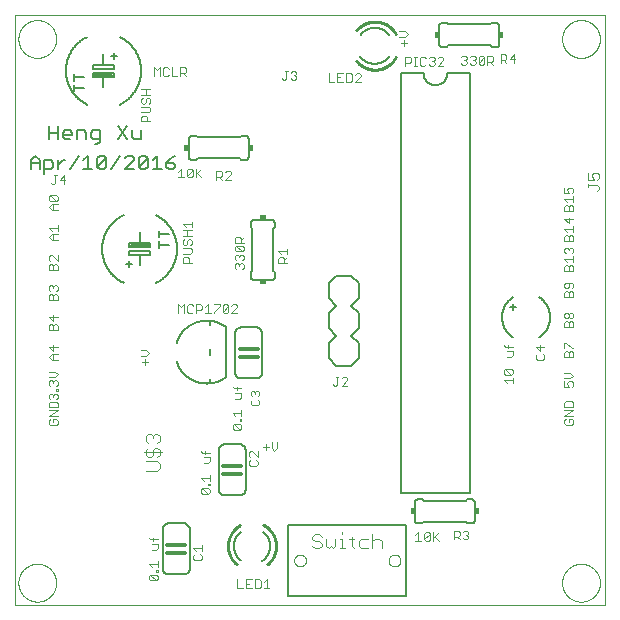
<source format=gto>
G75*
%MOIN*%
%OFA0B0*%
%FSLAX25Y25*%
%IPPOS*%
%LPD*%
%AMOC8*
5,1,8,0,0,1.08239X$1,22.5*
%
%ADD10C,0.00000*%
%ADD11C,0.00300*%
%ADD12C,0.00500*%
%ADD13C,0.00600*%
%ADD14C,0.01200*%
%ADD15C,0.00800*%
%ADD16C,0.00400*%
%ADD17C,0.01000*%
%ADD18R,0.02000X0.01500*%
%ADD19R,0.01500X0.02000*%
D10*
X0010043Y0001800D02*
X0010043Y0198650D01*
X0206893Y0198650D01*
X0206893Y0001800D01*
X0010043Y0001800D01*
X0011244Y0009300D02*
X0011246Y0009458D01*
X0011252Y0009616D01*
X0011262Y0009774D01*
X0011276Y0009932D01*
X0011294Y0010089D01*
X0011315Y0010246D01*
X0011341Y0010402D01*
X0011371Y0010558D01*
X0011404Y0010713D01*
X0011442Y0010866D01*
X0011483Y0011019D01*
X0011528Y0011171D01*
X0011577Y0011322D01*
X0011630Y0011471D01*
X0011686Y0011619D01*
X0011746Y0011765D01*
X0011810Y0011910D01*
X0011878Y0012053D01*
X0011949Y0012195D01*
X0012023Y0012335D01*
X0012101Y0012472D01*
X0012183Y0012608D01*
X0012267Y0012742D01*
X0012356Y0012873D01*
X0012447Y0013002D01*
X0012542Y0013129D01*
X0012639Y0013254D01*
X0012740Y0013376D01*
X0012844Y0013495D01*
X0012951Y0013612D01*
X0013061Y0013726D01*
X0013174Y0013837D01*
X0013289Y0013946D01*
X0013407Y0014051D01*
X0013528Y0014153D01*
X0013651Y0014253D01*
X0013777Y0014349D01*
X0013905Y0014442D01*
X0014035Y0014532D01*
X0014168Y0014618D01*
X0014303Y0014702D01*
X0014439Y0014781D01*
X0014578Y0014858D01*
X0014719Y0014930D01*
X0014861Y0015000D01*
X0015005Y0015065D01*
X0015151Y0015127D01*
X0015298Y0015185D01*
X0015447Y0015240D01*
X0015597Y0015291D01*
X0015748Y0015338D01*
X0015900Y0015381D01*
X0016053Y0015420D01*
X0016208Y0015456D01*
X0016363Y0015487D01*
X0016519Y0015515D01*
X0016675Y0015539D01*
X0016832Y0015559D01*
X0016990Y0015575D01*
X0017147Y0015587D01*
X0017306Y0015595D01*
X0017464Y0015599D01*
X0017622Y0015599D01*
X0017780Y0015595D01*
X0017939Y0015587D01*
X0018096Y0015575D01*
X0018254Y0015559D01*
X0018411Y0015539D01*
X0018567Y0015515D01*
X0018723Y0015487D01*
X0018878Y0015456D01*
X0019033Y0015420D01*
X0019186Y0015381D01*
X0019338Y0015338D01*
X0019489Y0015291D01*
X0019639Y0015240D01*
X0019788Y0015185D01*
X0019935Y0015127D01*
X0020081Y0015065D01*
X0020225Y0015000D01*
X0020367Y0014930D01*
X0020508Y0014858D01*
X0020647Y0014781D01*
X0020783Y0014702D01*
X0020918Y0014618D01*
X0021051Y0014532D01*
X0021181Y0014442D01*
X0021309Y0014349D01*
X0021435Y0014253D01*
X0021558Y0014153D01*
X0021679Y0014051D01*
X0021797Y0013946D01*
X0021912Y0013837D01*
X0022025Y0013726D01*
X0022135Y0013612D01*
X0022242Y0013495D01*
X0022346Y0013376D01*
X0022447Y0013254D01*
X0022544Y0013129D01*
X0022639Y0013002D01*
X0022730Y0012873D01*
X0022819Y0012742D01*
X0022903Y0012608D01*
X0022985Y0012472D01*
X0023063Y0012335D01*
X0023137Y0012195D01*
X0023208Y0012053D01*
X0023276Y0011910D01*
X0023340Y0011765D01*
X0023400Y0011619D01*
X0023456Y0011471D01*
X0023509Y0011322D01*
X0023558Y0011171D01*
X0023603Y0011019D01*
X0023644Y0010866D01*
X0023682Y0010713D01*
X0023715Y0010558D01*
X0023745Y0010402D01*
X0023771Y0010246D01*
X0023792Y0010089D01*
X0023810Y0009932D01*
X0023824Y0009774D01*
X0023834Y0009616D01*
X0023840Y0009458D01*
X0023842Y0009300D01*
X0023840Y0009142D01*
X0023834Y0008984D01*
X0023824Y0008826D01*
X0023810Y0008668D01*
X0023792Y0008511D01*
X0023771Y0008354D01*
X0023745Y0008198D01*
X0023715Y0008042D01*
X0023682Y0007887D01*
X0023644Y0007734D01*
X0023603Y0007581D01*
X0023558Y0007429D01*
X0023509Y0007278D01*
X0023456Y0007129D01*
X0023400Y0006981D01*
X0023340Y0006835D01*
X0023276Y0006690D01*
X0023208Y0006547D01*
X0023137Y0006405D01*
X0023063Y0006265D01*
X0022985Y0006128D01*
X0022903Y0005992D01*
X0022819Y0005858D01*
X0022730Y0005727D01*
X0022639Y0005598D01*
X0022544Y0005471D01*
X0022447Y0005346D01*
X0022346Y0005224D01*
X0022242Y0005105D01*
X0022135Y0004988D01*
X0022025Y0004874D01*
X0021912Y0004763D01*
X0021797Y0004654D01*
X0021679Y0004549D01*
X0021558Y0004447D01*
X0021435Y0004347D01*
X0021309Y0004251D01*
X0021181Y0004158D01*
X0021051Y0004068D01*
X0020918Y0003982D01*
X0020783Y0003898D01*
X0020647Y0003819D01*
X0020508Y0003742D01*
X0020367Y0003670D01*
X0020225Y0003600D01*
X0020081Y0003535D01*
X0019935Y0003473D01*
X0019788Y0003415D01*
X0019639Y0003360D01*
X0019489Y0003309D01*
X0019338Y0003262D01*
X0019186Y0003219D01*
X0019033Y0003180D01*
X0018878Y0003144D01*
X0018723Y0003113D01*
X0018567Y0003085D01*
X0018411Y0003061D01*
X0018254Y0003041D01*
X0018096Y0003025D01*
X0017939Y0003013D01*
X0017780Y0003005D01*
X0017622Y0003001D01*
X0017464Y0003001D01*
X0017306Y0003005D01*
X0017147Y0003013D01*
X0016990Y0003025D01*
X0016832Y0003041D01*
X0016675Y0003061D01*
X0016519Y0003085D01*
X0016363Y0003113D01*
X0016208Y0003144D01*
X0016053Y0003180D01*
X0015900Y0003219D01*
X0015748Y0003262D01*
X0015597Y0003309D01*
X0015447Y0003360D01*
X0015298Y0003415D01*
X0015151Y0003473D01*
X0015005Y0003535D01*
X0014861Y0003600D01*
X0014719Y0003670D01*
X0014578Y0003742D01*
X0014439Y0003819D01*
X0014303Y0003898D01*
X0014168Y0003982D01*
X0014035Y0004068D01*
X0013905Y0004158D01*
X0013777Y0004251D01*
X0013651Y0004347D01*
X0013528Y0004447D01*
X0013407Y0004549D01*
X0013289Y0004654D01*
X0013174Y0004763D01*
X0013061Y0004874D01*
X0012951Y0004988D01*
X0012844Y0005105D01*
X0012740Y0005224D01*
X0012639Y0005346D01*
X0012542Y0005471D01*
X0012447Y0005598D01*
X0012356Y0005727D01*
X0012267Y0005858D01*
X0012183Y0005992D01*
X0012101Y0006128D01*
X0012023Y0006265D01*
X0011949Y0006405D01*
X0011878Y0006547D01*
X0011810Y0006690D01*
X0011746Y0006835D01*
X0011686Y0006981D01*
X0011630Y0007129D01*
X0011577Y0007278D01*
X0011528Y0007429D01*
X0011483Y0007581D01*
X0011442Y0007734D01*
X0011404Y0007887D01*
X0011371Y0008042D01*
X0011341Y0008198D01*
X0011315Y0008354D01*
X0011294Y0008511D01*
X0011276Y0008668D01*
X0011262Y0008826D01*
X0011252Y0008984D01*
X0011246Y0009142D01*
X0011244Y0009300D01*
X0103172Y0016692D02*
X0103174Y0016780D01*
X0103180Y0016868D01*
X0103190Y0016956D01*
X0103204Y0017044D01*
X0103221Y0017130D01*
X0103243Y0017216D01*
X0103268Y0017300D01*
X0103298Y0017384D01*
X0103330Y0017466D01*
X0103367Y0017546D01*
X0103407Y0017625D01*
X0103451Y0017702D01*
X0103498Y0017777D01*
X0103548Y0017849D01*
X0103602Y0017920D01*
X0103658Y0017987D01*
X0103718Y0018053D01*
X0103780Y0018115D01*
X0103846Y0018175D01*
X0103913Y0018231D01*
X0103984Y0018285D01*
X0104056Y0018335D01*
X0104131Y0018382D01*
X0104208Y0018426D01*
X0104287Y0018466D01*
X0104367Y0018503D01*
X0104449Y0018535D01*
X0104533Y0018565D01*
X0104617Y0018590D01*
X0104703Y0018612D01*
X0104789Y0018629D01*
X0104877Y0018643D01*
X0104965Y0018653D01*
X0105053Y0018659D01*
X0105141Y0018661D01*
X0105229Y0018659D01*
X0105317Y0018653D01*
X0105405Y0018643D01*
X0105493Y0018629D01*
X0105579Y0018612D01*
X0105665Y0018590D01*
X0105749Y0018565D01*
X0105833Y0018535D01*
X0105915Y0018503D01*
X0105995Y0018466D01*
X0106074Y0018426D01*
X0106151Y0018382D01*
X0106226Y0018335D01*
X0106298Y0018285D01*
X0106369Y0018231D01*
X0106436Y0018175D01*
X0106502Y0018115D01*
X0106564Y0018053D01*
X0106624Y0017987D01*
X0106680Y0017920D01*
X0106734Y0017849D01*
X0106784Y0017777D01*
X0106831Y0017702D01*
X0106875Y0017625D01*
X0106915Y0017546D01*
X0106952Y0017466D01*
X0106984Y0017384D01*
X0107014Y0017300D01*
X0107039Y0017216D01*
X0107061Y0017130D01*
X0107078Y0017044D01*
X0107092Y0016956D01*
X0107102Y0016868D01*
X0107108Y0016780D01*
X0107110Y0016692D01*
X0107108Y0016604D01*
X0107102Y0016516D01*
X0107092Y0016428D01*
X0107078Y0016340D01*
X0107061Y0016254D01*
X0107039Y0016168D01*
X0107014Y0016084D01*
X0106984Y0016000D01*
X0106952Y0015918D01*
X0106915Y0015838D01*
X0106875Y0015759D01*
X0106831Y0015682D01*
X0106784Y0015607D01*
X0106734Y0015535D01*
X0106680Y0015464D01*
X0106624Y0015397D01*
X0106564Y0015331D01*
X0106502Y0015269D01*
X0106436Y0015209D01*
X0106369Y0015153D01*
X0106298Y0015099D01*
X0106226Y0015049D01*
X0106151Y0015002D01*
X0106074Y0014958D01*
X0105995Y0014918D01*
X0105915Y0014881D01*
X0105833Y0014849D01*
X0105749Y0014819D01*
X0105665Y0014794D01*
X0105579Y0014772D01*
X0105493Y0014755D01*
X0105405Y0014741D01*
X0105317Y0014731D01*
X0105229Y0014725D01*
X0105141Y0014723D01*
X0105053Y0014725D01*
X0104965Y0014731D01*
X0104877Y0014741D01*
X0104789Y0014755D01*
X0104703Y0014772D01*
X0104617Y0014794D01*
X0104533Y0014819D01*
X0104449Y0014849D01*
X0104367Y0014881D01*
X0104287Y0014918D01*
X0104208Y0014958D01*
X0104131Y0015002D01*
X0104056Y0015049D01*
X0103984Y0015099D01*
X0103913Y0015153D01*
X0103846Y0015209D01*
X0103780Y0015269D01*
X0103718Y0015331D01*
X0103658Y0015397D01*
X0103602Y0015464D01*
X0103548Y0015535D01*
X0103498Y0015607D01*
X0103451Y0015682D01*
X0103407Y0015759D01*
X0103367Y0015838D01*
X0103330Y0015918D01*
X0103298Y0016000D01*
X0103268Y0016084D01*
X0103243Y0016168D01*
X0103221Y0016254D01*
X0103204Y0016340D01*
X0103190Y0016428D01*
X0103180Y0016516D01*
X0103174Y0016604D01*
X0103172Y0016692D01*
X0134668Y0016692D02*
X0134670Y0016780D01*
X0134676Y0016868D01*
X0134686Y0016956D01*
X0134700Y0017044D01*
X0134717Y0017130D01*
X0134739Y0017216D01*
X0134764Y0017300D01*
X0134794Y0017384D01*
X0134826Y0017466D01*
X0134863Y0017546D01*
X0134903Y0017625D01*
X0134947Y0017702D01*
X0134994Y0017777D01*
X0135044Y0017849D01*
X0135098Y0017920D01*
X0135154Y0017987D01*
X0135214Y0018053D01*
X0135276Y0018115D01*
X0135342Y0018175D01*
X0135409Y0018231D01*
X0135480Y0018285D01*
X0135552Y0018335D01*
X0135627Y0018382D01*
X0135704Y0018426D01*
X0135783Y0018466D01*
X0135863Y0018503D01*
X0135945Y0018535D01*
X0136029Y0018565D01*
X0136113Y0018590D01*
X0136199Y0018612D01*
X0136285Y0018629D01*
X0136373Y0018643D01*
X0136461Y0018653D01*
X0136549Y0018659D01*
X0136637Y0018661D01*
X0136725Y0018659D01*
X0136813Y0018653D01*
X0136901Y0018643D01*
X0136989Y0018629D01*
X0137075Y0018612D01*
X0137161Y0018590D01*
X0137245Y0018565D01*
X0137329Y0018535D01*
X0137411Y0018503D01*
X0137491Y0018466D01*
X0137570Y0018426D01*
X0137647Y0018382D01*
X0137722Y0018335D01*
X0137794Y0018285D01*
X0137865Y0018231D01*
X0137932Y0018175D01*
X0137998Y0018115D01*
X0138060Y0018053D01*
X0138120Y0017987D01*
X0138176Y0017920D01*
X0138230Y0017849D01*
X0138280Y0017777D01*
X0138327Y0017702D01*
X0138371Y0017625D01*
X0138411Y0017546D01*
X0138448Y0017466D01*
X0138480Y0017384D01*
X0138510Y0017300D01*
X0138535Y0017216D01*
X0138557Y0017130D01*
X0138574Y0017044D01*
X0138588Y0016956D01*
X0138598Y0016868D01*
X0138604Y0016780D01*
X0138606Y0016692D01*
X0138604Y0016604D01*
X0138598Y0016516D01*
X0138588Y0016428D01*
X0138574Y0016340D01*
X0138557Y0016254D01*
X0138535Y0016168D01*
X0138510Y0016084D01*
X0138480Y0016000D01*
X0138448Y0015918D01*
X0138411Y0015838D01*
X0138371Y0015759D01*
X0138327Y0015682D01*
X0138280Y0015607D01*
X0138230Y0015535D01*
X0138176Y0015464D01*
X0138120Y0015397D01*
X0138060Y0015331D01*
X0137998Y0015269D01*
X0137932Y0015209D01*
X0137865Y0015153D01*
X0137794Y0015099D01*
X0137722Y0015049D01*
X0137647Y0015002D01*
X0137570Y0014958D01*
X0137491Y0014918D01*
X0137411Y0014881D01*
X0137329Y0014849D01*
X0137245Y0014819D01*
X0137161Y0014794D01*
X0137075Y0014772D01*
X0136989Y0014755D01*
X0136901Y0014741D01*
X0136813Y0014731D01*
X0136725Y0014725D01*
X0136637Y0014723D01*
X0136549Y0014725D01*
X0136461Y0014731D01*
X0136373Y0014741D01*
X0136285Y0014755D01*
X0136199Y0014772D01*
X0136113Y0014794D01*
X0136029Y0014819D01*
X0135945Y0014849D01*
X0135863Y0014881D01*
X0135783Y0014918D01*
X0135704Y0014958D01*
X0135627Y0015002D01*
X0135552Y0015049D01*
X0135480Y0015099D01*
X0135409Y0015153D01*
X0135342Y0015209D01*
X0135276Y0015269D01*
X0135214Y0015331D01*
X0135154Y0015397D01*
X0135098Y0015464D01*
X0135044Y0015535D01*
X0134994Y0015607D01*
X0134947Y0015682D01*
X0134903Y0015759D01*
X0134863Y0015838D01*
X0134826Y0015918D01*
X0134794Y0016000D01*
X0134764Y0016084D01*
X0134739Y0016168D01*
X0134717Y0016254D01*
X0134700Y0016340D01*
X0134686Y0016428D01*
X0134676Y0016516D01*
X0134670Y0016604D01*
X0134668Y0016692D01*
X0192494Y0009300D02*
X0192496Y0009458D01*
X0192502Y0009616D01*
X0192512Y0009774D01*
X0192526Y0009932D01*
X0192544Y0010089D01*
X0192565Y0010246D01*
X0192591Y0010402D01*
X0192621Y0010558D01*
X0192654Y0010713D01*
X0192692Y0010866D01*
X0192733Y0011019D01*
X0192778Y0011171D01*
X0192827Y0011322D01*
X0192880Y0011471D01*
X0192936Y0011619D01*
X0192996Y0011765D01*
X0193060Y0011910D01*
X0193128Y0012053D01*
X0193199Y0012195D01*
X0193273Y0012335D01*
X0193351Y0012472D01*
X0193433Y0012608D01*
X0193517Y0012742D01*
X0193606Y0012873D01*
X0193697Y0013002D01*
X0193792Y0013129D01*
X0193889Y0013254D01*
X0193990Y0013376D01*
X0194094Y0013495D01*
X0194201Y0013612D01*
X0194311Y0013726D01*
X0194424Y0013837D01*
X0194539Y0013946D01*
X0194657Y0014051D01*
X0194778Y0014153D01*
X0194901Y0014253D01*
X0195027Y0014349D01*
X0195155Y0014442D01*
X0195285Y0014532D01*
X0195418Y0014618D01*
X0195553Y0014702D01*
X0195689Y0014781D01*
X0195828Y0014858D01*
X0195969Y0014930D01*
X0196111Y0015000D01*
X0196255Y0015065D01*
X0196401Y0015127D01*
X0196548Y0015185D01*
X0196697Y0015240D01*
X0196847Y0015291D01*
X0196998Y0015338D01*
X0197150Y0015381D01*
X0197303Y0015420D01*
X0197458Y0015456D01*
X0197613Y0015487D01*
X0197769Y0015515D01*
X0197925Y0015539D01*
X0198082Y0015559D01*
X0198240Y0015575D01*
X0198397Y0015587D01*
X0198556Y0015595D01*
X0198714Y0015599D01*
X0198872Y0015599D01*
X0199030Y0015595D01*
X0199189Y0015587D01*
X0199346Y0015575D01*
X0199504Y0015559D01*
X0199661Y0015539D01*
X0199817Y0015515D01*
X0199973Y0015487D01*
X0200128Y0015456D01*
X0200283Y0015420D01*
X0200436Y0015381D01*
X0200588Y0015338D01*
X0200739Y0015291D01*
X0200889Y0015240D01*
X0201038Y0015185D01*
X0201185Y0015127D01*
X0201331Y0015065D01*
X0201475Y0015000D01*
X0201617Y0014930D01*
X0201758Y0014858D01*
X0201897Y0014781D01*
X0202033Y0014702D01*
X0202168Y0014618D01*
X0202301Y0014532D01*
X0202431Y0014442D01*
X0202559Y0014349D01*
X0202685Y0014253D01*
X0202808Y0014153D01*
X0202929Y0014051D01*
X0203047Y0013946D01*
X0203162Y0013837D01*
X0203275Y0013726D01*
X0203385Y0013612D01*
X0203492Y0013495D01*
X0203596Y0013376D01*
X0203697Y0013254D01*
X0203794Y0013129D01*
X0203889Y0013002D01*
X0203980Y0012873D01*
X0204069Y0012742D01*
X0204153Y0012608D01*
X0204235Y0012472D01*
X0204313Y0012335D01*
X0204387Y0012195D01*
X0204458Y0012053D01*
X0204526Y0011910D01*
X0204590Y0011765D01*
X0204650Y0011619D01*
X0204706Y0011471D01*
X0204759Y0011322D01*
X0204808Y0011171D01*
X0204853Y0011019D01*
X0204894Y0010866D01*
X0204932Y0010713D01*
X0204965Y0010558D01*
X0204995Y0010402D01*
X0205021Y0010246D01*
X0205042Y0010089D01*
X0205060Y0009932D01*
X0205074Y0009774D01*
X0205084Y0009616D01*
X0205090Y0009458D01*
X0205092Y0009300D01*
X0205090Y0009142D01*
X0205084Y0008984D01*
X0205074Y0008826D01*
X0205060Y0008668D01*
X0205042Y0008511D01*
X0205021Y0008354D01*
X0204995Y0008198D01*
X0204965Y0008042D01*
X0204932Y0007887D01*
X0204894Y0007734D01*
X0204853Y0007581D01*
X0204808Y0007429D01*
X0204759Y0007278D01*
X0204706Y0007129D01*
X0204650Y0006981D01*
X0204590Y0006835D01*
X0204526Y0006690D01*
X0204458Y0006547D01*
X0204387Y0006405D01*
X0204313Y0006265D01*
X0204235Y0006128D01*
X0204153Y0005992D01*
X0204069Y0005858D01*
X0203980Y0005727D01*
X0203889Y0005598D01*
X0203794Y0005471D01*
X0203697Y0005346D01*
X0203596Y0005224D01*
X0203492Y0005105D01*
X0203385Y0004988D01*
X0203275Y0004874D01*
X0203162Y0004763D01*
X0203047Y0004654D01*
X0202929Y0004549D01*
X0202808Y0004447D01*
X0202685Y0004347D01*
X0202559Y0004251D01*
X0202431Y0004158D01*
X0202301Y0004068D01*
X0202168Y0003982D01*
X0202033Y0003898D01*
X0201897Y0003819D01*
X0201758Y0003742D01*
X0201617Y0003670D01*
X0201475Y0003600D01*
X0201331Y0003535D01*
X0201185Y0003473D01*
X0201038Y0003415D01*
X0200889Y0003360D01*
X0200739Y0003309D01*
X0200588Y0003262D01*
X0200436Y0003219D01*
X0200283Y0003180D01*
X0200128Y0003144D01*
X0199973Y0003113D01*
X0199817Y0003085D01*
X0199661Y0003061D01*
X0199504Y0003041D01*
X0199346Y0003025D01*
X0199189Y0003013D01*
X0199030Y0003005D01*
X0198872Y0003001D01*
X0198714Y0003001D01*
X0198556Y0003005D01*
X0198397Y0003013D01*
X0198240Y0003025D01*
X0198082Y0003041D01*
X0197925Y0003061D01*
X0197769Y0003085D01*
X0197613Y0003113D01*
X0197458Y0003144D01*
X0197303Y0003180D01*
X0197150Y0003219D01*
X0196998Y0003262D01*
X0196847Y0003309D01*
X0196697Y0003360D01*
X0196548Y0003415D01*
X0196401Y0003473D01*
X0196255Y0003535D01*
X0196111Y0003600D01*
X0195969Y0003670D01*
X0195828Y0003742D01*
X0195689Y0003819D01*
X0195553Y0003898D01*
X0195418Y0003982D01*
X0195285Y0004068D01*
X0195155Y0004158D01*
X0195027Y0004251D01*
X0194901Y0004347D01*
X0194778Y0004447D01*
X0194657Y0004549D01*
X0194539Y0004654D01*
X0194424Y0004763D01*
X0194311Y0004874D01*
X0194201Y0004988D01*
X0194094Y0005105D01*
X0193990Y0005224D01*
X0193889Y0005346D01*
X0193792Y0005471D01*
X0193697Y0005598D01*
X0193606Y0005727D01*
X0193517Y0005858D01*
X0193433Y0005992D01*
X0193351Y0006128D01*
X0193273Y0006265D01*
X0193199Y0006405D01*
X0193128Y0006547D01*
X0193060Y0006690D01*
X0192996Y0006835D01*
X0192936Y0006981D01*
X0192880Y0007129D01*
X0192827Y0007278D01*
X0192778Y0007429D01*
X0192733Y0007581D01*
X0192692Y0007734D01*
X0192654Y0007887D01*
X0192621Y0008042D01*
X0192591Y0008198D01*
X0192565Y0008354D01*
X0192544Y0008511D01*
X0192526Y0008668D01*
X0192512Y0008826D01*
X0192502Y0008984D01*
X0192496Y0009142D01*
X0192494Y0009300D01*
X0192494Y0190550D02*
X0192496Y0190708D01*
X0192502Y0190866D01*
X0192512Y0191024D01*
X0192526Y0191182D01*
X0192544Y0191339D01*
X0192565Y0191496D01*
X0192591Y0191652D01*
X0192621Y0191808D01*
X0192654Y0191963D01*
X0192692Y0192116D01*
X0192733Y0192269D01*
X0192778Y0192421D01*
X0192827Y0192572D01*
X0192880Y0192721D01*
X0192936Y0192869D01*
X0192996Y0193015D01*
X0193060Y0193160D01*
X0193128Y0193303D01*
X0193199Y0193445D01*
X0193273Y0193585D01*
X0193351Y0193722D01*
X0193433Y0193858D01*
X0193517Y0193992D01*
X0193606Y0194123D01*
X0193697Y0194252D01*
X0193792Y0194379D01*
X0193889Y0194504D01*
X0193990Y0194626D01*
X0194094Y0194745D01*
X0194201Y0194862D01*
X0194311Y0194976D01*
X0194424Y0195087D01*
X0194539Y0195196D01*
X0194657Y0195301D01*
X0194778Y0195403D01*
X0194901Y0195503D01*
X0195027Y0195599D01*
X0195155Y0195692D01*
X0195285Y0195782D01*
X0195418Y0195868D01*
X0195553Y0195952D01*
X0195689Y0196031D01*
X0195828Y0196108D01*
X0195969Y0196180D01*
X0196111Y0196250D01*
X0196255Y0196315D01*
X0196401Y0196377D01*
X0196548Y0196435D01*
X0196697Y0196490D01*
X0196847Y0196541D01*
X0196998Y0196588D01*
X0197150Y0196631D01*
X0197303Y0196670D01*
X0197458Y0196706D01*
X0197613Y0196737D01*
X0197769Y0196765D01*
X0197925Y0196789D01*
X0198082Y0196809D01*
X0198240Y0196825D01*
X0198397Y0196837D01*
X0198556Y0196845D01*
X0198714Y0196849D01*
X0198872Y0196849D01*
X0199030Y0196845D01*
X0199189Y0196837D01*
X0199346Y0196825D01*
X0199504Y0196809D01*
X0199661Y0196789D01*
X0199817Y0196765D01*
X0199973Y0196737D01*
X0200128Y0196706D01*
X0200283Y0196670D01*
X0200436Y0196631D01*
X0200588Y0196588D01*
X0200739Y0196541D01*
X0200889Y0196490D01*
X0201038Y0196435D01*
X0201185Y0196377D01*
X0201331Y0196315D01*
X0201475Y0196250D01*
X0201617Y0196180D01*
X0201758Y0196108D01*
X0201897Y0196031D01*
X0202033Y0195952D01*
X0202168Y0195868D01*
X0202301Y0195782D01*
X0202431Y0195692D01*
X0202559Y0195599D01*
X0202685Y0195503D01*
X0202808Y0195403D01*
X0202929Y0195301D01*
X0203047Y0195196D01*
X0203162Y0195087D01*
X0203275Y0194976D01*
X0203385Y0194862D01*
X0203492Y0194745D01*
X0203596Y0194626D01*
X0203697Y0194504D01*
X0203794Y0194379D01*
X0203889Y0194252D01*
X0203980Y0194123D01*
X0204069Y0193992D01*
X0204153Y0193858D01*
X0204235Y0193722D01*
X0204313Y0193585D01*
X0204387Y0193445D01*
X0204458Y0193303D01*
X0204526Y0193160D01*
X0204590Y0193015D01*
X0204650Y0192869D01*
X0204706Y0192721D01*
X0204759Y0192572D01*
X0204808Y0192421D01*
X0204853Y0192269D01*
X0204894Y0192116D01*
X0204932Y0191963D01*
X0204965Y0191808D01*
X0204995Y0191652D01*
X0205021Y0191496D01*
X0205042Y0191339D01*
X0205060Y0191182D01*
X0205074Y0191024D01*
X0205084Y0190866D01*
X0205090Y0190708D01*
X0205092Y0190550D01*
X0205090Y0190392D01*
X0205084Y0190234D01*
X0205074Y0190076D01*
X0205060Y0189918D01*
X0205042Y0189761D01*
X0205021Y0189604D01*
X0204995Y0189448D01*
X0204965Y0189292D01*
X0204932Y0189137D01*
X0204894Y0188984D01*
X0204853Y0188831D01*
X0204808Y0188679D01*
X0204759Y0188528D01*
X0204706Y0188379D01*
X0204650Y0188231D01*
X0204590Y0188085D01*
X0204526Y0187940D01*
X0204458Y0187797D01*
X0204387Y0187655D01*
X0204313Y0187515D01*
X0204235Y0187378D01*
X0204153Y0187242D01*
X0204069Y0187108D01*
X0203980Y0186977D01*
X0203889Y0186848D01*
X0203794Y0186721D01*
X0203697Y0186596D01*
X0203596Y0186474D01*
X0203492Y0186355D01*
X0203385Y0186238D01*
X0203275Y0186124D01*
X0203162Y0186013D01*
X0203047Y0185904D01*
X0202929Y0185799D01*
X0202808Y0185697D01*
X0202685Y0185597D01*
X0202559Y0185501D01*
X0202431Y0185408D01*
X0202301Y0185318D01*
X0202168Y0185232D01*
X0202033Y0185148D01*
X0201897Y0185069D01*
X0201758Y0184992D01*
X0201617Y0184920D01*
X0201475Y0184850D01*
X0201331Y0184785D01*
X0201185Y0184723D01*
X0201038Y0184665D01*
X0200889Y0184610D01*
X0200739Y0184559D01*
X0200588Y0184512D01*
X0200436Y0184469D01*
X0200283Y0184430D01*
X0200128Y0184394D01*
X0199973Y0184363D01*
X0199817Y0184335D01*
X0199661Y0184311D01*
X0199504Y0184291D01*
X0199346Y0184275D01*
X0199189Y0184263D01*
X0199030Y0184255D01*
X0198872Y0184251D01*
X0198714Y0184251D01*
X0198556Y0184255D01*
X0198397Y0184263D01*
X0198240Y0184275D01*
X0198082Y0184291D01*
X0197925Y0184311D01*
X0197769Y0184335D01*
X0197613Y0184363D01*
X0197458Y0184394D01*
X0197303Y0184430D01*
X0197150Y0184469D01*
X0196998Y0184512D01*
X0196847Y0184559D01*
X0196697Y0184610D01*
X0196548Y0184665D01*
X0196401Y0184723D01*
X0196255Y0184785D01*
X0196111Y0184850D01*
X0195969Y0184920D01*
X0195828Y0184992D01*
X0195689Y0185069D01*
X0195553Y0185148D01*
X0195418Y0185232D01*
X0195285Y0185318D01*
X0195155Y0185408D01*
X0195027Y0185501D01*
X0194901Y0185597D01*
X0194778Y0185697D01*
X0194657Y0185799D01*
X0194539Y0185904D01*
X0194424Y0186013D01*
X0194311Y0186124D01*
X0194201Y0186238D01*
X0194094Y0186355D01*
X0193990Y0186474D01*
X0193889Y0186596D01*
X0193792Y0186721D01*
X0193697Y0186848D01*
X0193606Y0186977D01*
X0193517Y0187108D01*
X0193433Y0187242D01*
X0193351Y0187378D01*
X0193273Y0187515D01*
X0193199Y0187655D01*
X0193128Y0187797D01*
X0193060Y0187940D01*
X0192996Y0188085D01*
X0192936Y0188231D01*
X0192880Y0188379D01*
X0192827Y0188528D01*
X0192778Y0188679D01*
X0192733Y0188831D01*
X0192692Y0188984D01*
X0192654Y0189137D01*
X0192621Y0189292D01*
X0192591Y0189448D01*
X0192565Y0189604D01*
X0192544Y0189761D01*
X0192526Y0189918D01*
X0192512Y0190076D01*
X0192502Y0190234D01*
X0192496Y0190392D01*
X0192494Y0190550D01*
X0011244Y0190550D02*
X0011246Y0190708D01*
X0011252Y0190866D01*
X0011262Y0191024D01*
X0011276Y0191182D01*
X0011294Y0191339D01*
X0011315Y0191496D01*
X0011341Y0191652D01*
X0011371Y0191808D01*
X0011404Y0191963D01*
X0011442Y0192116D01*
X0011483Y0192269D01*
X0011528Y0192421D01*
X0011577Y0192572D01*
X0011630Y0192721D01*
X0011686Y0192869D01*
X0011746Y0193015D01*
X0011810Y0193160D01*
X0011878Y0193303D01*
X0011949Y0193445D01*
X0012023Y0193585D01*
X0012101Y0193722D01*
X0012183Y0193858D01*
X0012267Y0193992D01*
X0012356Y0194123D01*
X0012447Y0194252D01*
X0012542Y0194379D01*
X0012639Y0194504D01*
X0012740Y0194626D01*
X0012844Y0194745D01*
X0012951Y0194862D01*
X0013061Y0194976D01*
X0013174Y0195087D01*
X0013289Y0195196D01*
X0013407Y0195301D01*
X0013528Y0195403D01*
X0013651Y0195503D01*
X0013777Y0195599D01*
X0013905Y0195692D01*
X0014035Y0195782D01*
X0014168Y0195868D01*
X0014303Y0195952D01*
X0014439Y0196031D01*
X0014578Y0196108D01*
X0014719Y0196180D01*
X0014861Y0196250D01*
X0015005Y0196315D01*
X0015151Y0196377D01*
X0015298Y0196435D01*
X0015447Y0196490D01*
X0015597Y0196541D01*
X0015748Y0196588D01*
X0015900Y0196631D01*
X0016053Y0196670D01*
X0016208Y0196706D01*
X0016363Y0196737D01*
X0016519Y0196765D01*
X0016675Y0196789D01*
X0016832Y0196809D01*
X0016990Y0196825D01*
X0017147Y0196837D01*
X0017306Y0196845D01*
X0017464Y0196849D01*
X0017622Y0196849D01*
X0017780Y0196845D01*
X0017939Y0196837D01*
X0018096Y0196825D01*
X0018254Y0196809D01*
X0018411Y0196789D01*
X0018567Y0196765D01*
X0018723Y0196737D01*
X0018878Y0196706D01*
X0019033Y0196670D01*
X0019186Y0196631D01*
X0019338Y0196588D01*
X0019489Y0196541D01*
X0019639Y0196490D01*
X0019788Y0196435D01*
X0019935Y0196377D01*
X0020081Y0196315D01*
X0020225Y0196250D01*
X0020367Y0196180D01*
X0020508Y0196108D01*
X0020647Y0196031D01*
X0020783Y0195952D01*
X0020918Y0195868D01*
X0021051Y0195782D01*
X0021181Y0195692D01*
X0021309Y0195599D01*
X0021435Y0195503D01*
X0021558Y0195403D01*
X0021679Y0195301D01*
X0021797Y0195196D01*
X0021912Y0195087D01*
X0022025Y0194976D01*
X0022135Y0194862D01*
X0022242Y0194745D01*
X0022346Y0194626D01*
X0022447Y0194504D01*
X0022544Y0194379D01*
X0022639Y0194252D01*
X0022730Y0194123D01*
X0022819Y0193992D01*
X0022903Y0193858D01*
X0022985Y0193722D01*
X0023063Y0193585D01*
X0023137Y0193445D01*
X0023208Y0193303D01*
X0023276Y0193160D01*
X0023340Y0193015D01*
X0023400Y0192869D01*
X0023456Y0192721D01*
X0023509Y0192572D01*
X0023558Y0192421D01*
X0023603Y0192269D01*
X0023644Y0192116D01*
X0023682Y0191963D01*
X0023715Y0191808D01*
X0023745Y0191652D01*
X0023771Y0191496D01*
X0023792Y0191339D01*
X0023810Y0191182D01*
X0023824Y0191024D01*
X0023834Y0190866D01*
X0023840Y0190708D01*
X0023842Y0190550D01*
X0023840Y0190392D01*
X0023834Y0190234D01*
X0023824Y0190076D01*
X0023810Y0189918D01*
X0023792Y0189761D01*
X0023771Y0189604D01*
X0023745Y0189448D01*
X0023715Y0189292D01*
X0023682Y0189137D01*
X0023644Y0188984D01*
X0023603Y0188831D01*
X0023558Y0188679D01*
X0023509Y0188528D01*
X0023456Y0188379D01*
X0023400Y0188231D01*
X0023340Y0188085D01*
X0023276Y0187940D01*
X0023208Y0187797D01*
X0023137Y0187655D01*
X0023063Y0187515D01*
X0022985Y0187378D01*
X0022903Y0187242D01*
X0022819Y0187108D01*
X0022730Y0186977D01*
X0022639Y0186848D01*
X0022544Y0186721D01*
X0022447Y0186596D01*
X0022346Y0186474D01*
X0022242Y0186355D01*
X0022135Y0186238D01*
X0022025Y0186124D01*
X0021912Y0186013D01*
X0021797Y0185904D01*
X0021679Y0185799D01*
X0021558Y0185697D01*
X0021435Y0185597D01*
X0021309Y0185501D01*
X0021181Y0185408D01*
X0021051Y0185318D01*
X0020918Y0185232D01*
X0020783Y0185148D01*
X0020647Y0185069D01*
X0020508Y0184992D01*
X0020367Y0184920D01*
X0020225Y0184850D01*
X0020081Y0184785D01*
X0019935Y0184723D01*
X0019788Y0184665D01*
X0019639Y0184610D01*
X0019489Y0184559D01*
X0019338Y0184512D01*
X0019186Y0184469D01*
X0019033Y0184430D01*
X0018878Y0184394D01*
X0018723Y0184363D01*
X0018567Y0184335D01*
X0018411Y0184311D01*
X0018254Y0184291D01*
X0018096Y0184275D01*
X0017939Y0184263D01*
X0017780Y0184255D01*
X0017622Y0184251D01*
X0017464Y0184251D01*
X0017306Y0184255D01*
X0017147Y0184263D01*
X0016990Y0184275D01*
X0016832Y0184291D01*
X0016675Y0184311D01*
X0016519Y0184335D01*
X0016363Y0184363D01*
X0016208Y0184394D01*
X0016053Y0184430D01*
X0015900Y0184469D01*
X0015748Y0184512D01*
X0015597Y0184559D01*
X0015447Y0184610D01*
X0015298Y0184665D01*
X0015151Y0184723D01*
X0015005Y0184785D01*
X0014861Y0184850D01*
X0014719Y0184920D01*
X0014578Y0184992D01*
X0014439Y0185069D01*
X0014303Y0185148D01*
X0014168Y0185232D01*
X0014035Y0185318D01*
X0013905Y0185408D01*
X0013777Y0185501D01*
X0013651Y0185597D01*
X0013528Y0185697D01*
X0013407Y0185799D01*
X0013289Y0185904D01*
X0013174Y0186013D01*
X0013061Y0186124D01*
X0012951Y0186238D01*
X0012844Y0186355D01*
X0012740Y0186474D01*
X0012639Y0186596D01*
X0012542Y0186721D01*
X0012447Y0186848D01*
X0012356Y0186977D01*
X0012267Y0187108D01*
X0012183Y0187242D01*
X0012101Y0187378D01*
X0012023Y0187515D01*
X0011949Y0187655D01*
X0011878Y0187797D01*
X0011810Y0187940D01*
X0011746Y0188085D01*
X0011686Y0188231D01*
X0011630Y0188379D01*
X0011577Y0188528D01*
X0011528Y0188679D01*
X0011483Y0188831D01*
X0011442Y0188984D01*
X0011404Y0189137D01*
X0011371Y0189292D01*
X0011341Y0189448D01*
X0011315Y0189604D01*
X0011294Y0189761D01*
X0011276Y0189918D01*
X0011262Y0190076D01*
X0011252Y0190234D01*
X0011246Y0190392D01*
X0011244Y0190550D01*
D11*
X0052257Y0173877D02*
X0055160Y0173877D01*
X0053708Y0173877D02*
X0053708Y0171942D01*
X0054192Y0170931D02*
X0053708Y0170447D01*
X0053708Y0169480D01*
X0053225Y0168996D01*
X0052741Y0168996D01*
X0052257Y0169480D01*
X0052257Y0170447D01*
X0052741Y0170931D01*
X0052257Y0171942D02*
X0055160Y0171942D01*
X0054676Y0170931D02*
X0055160Y0170447D01*
X0055160Y0169480D01*
X0054676Y0168996D01*
X0054676Y0167984D02*
X0052257Y0167984D01*
X0052257Y0166049D02*
X0054676Y0166049D01*
X0055160Y0166533D01*
X0055160Y0167501D01*
X0054676Y0167984D01*
X0054676Y0170931D02*
X0054192Y0170931D01*
X0053708Y0165038D02*
X0054192Y0164554D01*
X0054192Y0163103D01*
X0055160Y0163103D02*
X0052257Y0163103D01*
X0052257Y0164554D01*
X0052741Y0165038D01*
X0053708Y0165038D01*
X0056443Y0178200D02*
X0056443Y0181102D01*
X0057410Y0180135D01*
X0058378Y0181102D01*
X0058378Y0178200D01*
X0059389Y0178684D02*
X0059873Y0178200D01*
X0060840Y0178200D01*
X0061324Y0178684D01*
X0062336Y0178200D02*
X0064271Y0178200D01*
X0065282Y0178200D02*
X0065282Y0181102D01*
X0066733Y0181102D01*
X0067217Y0180619D01*
X0067217Y0179651D01*
X0066733Y0179167D01*
X0065282Y0179167D01*
X0066250Y0179167D02*
X0067217Y0178200D01*
X0062336Y0178200D02*
X0062336Y0181102D01*
X0061324Y0180619D02*
X0060840Y0181102D01*
X0059873Y0181102D01*
X0059389Y0180619D01*
X0059389Y0178684D01*
X0065423Y0147322D02*
X0064456Y0146355D01*
X0065423Y0147322D02*
X0065423Y0144420D01*
X0064456Y0144420D02*
X0066391Y0144420D01*
X0067402Y0144903D02*
X0067402Y0146838D01*
X0067886Y0147322D01*
X0068854Y0147322D01*
X0069337Y0146838D01*
X0067402Y0144903D01*
X0067886Y0144420D01*
X0068854Y0144420D01*
X0069337Y0144903D01*
X0069337Y0146838D01*
X0070349Y0147322D02*
X0070349Y0144420D01*
X0070349Y0145387D02*
X0072284Y0147322D01*
X0070833Y0145871D02*
X0072284Y0144420D01*
X0077252Y0144637D02*
X0078704Y0144637D01*
X0079187Y0145121D01*
X0079187Y0146088D01*
X0078704Y0146572D01*
X0077252Y0146572D01*
X0077252Y0143670D01*
X0078220Y0144637D02*
X0079187Y0143670D01*
X0080199Y0143670D02*
X0082134Y0145605D01*
X0082134Y0146088D01*
X0081650Y0146572D01*
X0080683Y0146572D01*
X0080199Y0146088D01*
X0080199Y0143670D02*
X0082134Y0143670D01*
X0069007Y0129701D02*
X0069007Y0127766D01*
X0069007Y0128733D02*
X0066104Y0128733D01*
X0067072Y0127766D01*
X0067556Y0126754D02*
X0067556Y0124819D01*
X0068039Y0123808D02*
X0068523Y0123808D01*
X0069007Y0123324D01*
X0069007Y0122356D01*
X0068523Y0121873D01*
X0068523Y0120861D02*
X0066104Y0120861D01*
X0066588Y0121873D02*
X0067072Y0121873D01*
X0067556Y0122356D01*
X0067556Y0123324D01*
X0068039Y0123808D01*
X0069007Y0124819D02*
X0066104Y0124819D01*
X0066588Y0123808D02*
X0066104Y0123324D01*
X0066104Y0122356D01*
X0066588Y0121873D01*
X0068523Y0120861D02*
X0069007Y0120377D01*
X0069007Y0119410D01*
X0068523Y0118926D01*
X0066104Y0118926D01*
X0066588Y0117915D02*
X0067556Y0117915D01*
X0068039Y0117431D01*
X0068039Y0115980D01*
X0069007Y0115980D02*
X0066104Y0115980D01*
X0066104Y0117431D01*
X0066588Y0117915D01*
X0066104Y0126754D02*
X0069007Y0126754D01*
X0083428Y0124109D02*
X0083428Y0122657D01*
X0086330Y0122657D01*
X0085363Y0122657D02*
X0085363Y0124109D01*
X0084879Y0124592D01*
X0083912Y0124592D01*
X0083428Y0124109D01*
X0085363Y0123625D02*
X0086330Y0124592D01*
X0085847Y0121646D02*
X0083912Y0121646D01*
X0085847Y0119711D01*
X0086330Y0120195D01*
X0086330Y0121162D01*
X0085847Y0121646D01*
X0085847Y0119711D02*
X0083912Y0119711D01*
X0083428Y0120195D01*
X0083428Y0121162D01*
X0083912Y0121646D01*
X0083912Y0118699D02*
X0084395Y0118699D01*
X0084879Y0118216D01*
X0085363Y0118699D01*
X0085847Y0118699D01*
X0086330Y0118216D01*
X0086330Y0117248D01*
X0085847Y0116764D01*
X0085847Y0115753D02*
X0086330Y0115269D01*
X0086330Y0114302D01*
X0085847Y0113818D01*
X0084879Y0114785D02*
X0084879Y0115269D01*
X0085363Y0115753D01*
X0085847Y0115753D01*
X0084879Y0115269D02*
X0084395Y0115753D01*
X0083912Y0115753D01*
X0083428Y0115269D01*
X0083428Y0114302D01*
X0083912Y0113818D01*
X0083912Y0116764D02*
X0083428Y0117248D01*
X0083428Y0118216D01*
X0083912Y0118699D01*
X0084879Y0118216D02*
X0084879Y0117732D01*
X0097928Y0117262D02*
X0098412Y0117746D01*
X0099379Y0117746D01*
X0099863Y0117262D01*
X0099863Y0115811D01*
X0099863Y0116778D02*
X0100830Y0117746D01*
X0100830Y0118757D02*
X0100830Y0120692D01*
X0100830Y0119725D02*
X0097928Y0119725D01*
X0098895Y0118757D01*
X0097928Y0117262D02*
X0097928Y0115811D01*
X0100830Y0115811D01*
X0084216Y0101642D02*
X0083732Y0102126D01*
X0082765Y0102126D01*
X0082281Y0101642D01*
X0081270Y0101642D02*
X0079335Y0099707D01*
X0079818Y0099224D01*
X0080786Y0099224D01*
X0081270Y0099707D01*
X0081270Y0101642D01*
X0080786Y0102126D01*
X0079818Y0102126D01*
X0079335Y0101642D01*
X0079335Y0099707D01*
X0078323Y0101642D02*
X0076388Y0099707D01*
X0076388Y0099224D01*
X0075377Y0099224D02*
X0073442Y0099224D01*
X0074409Y0099224D02*
X0074409Y0102126D01*
X0073442Y0101159D01*
X0072430Y0101642D02*
X0071946Y0102126D01*
X0070495Y0102126D01*
X0070495Y0099224D01*
X0070495Y0100191D02*
X0071946Y0100191D01*
X0072430Y0100675D01*
X0072430Y0101642D01*
X0069484Y0101642D02*
X0069000Y0102126D01*
X0068032Y0102126D01*
X0067549Y0101642D01*
X0067549Y0099707D01*
X0068032Y0099224D01*
X0069000Y0099224D01*
X0069484Y0099707D01*
X0066537Y0099224D02*
X0066537Y0102126D01*
X0065570Y0101159D01*
X0064602Y0102126D01*
X0064602Y0099224D01*
X0076388Y0102126D02*
X0078323Y0102126D01*
X0078323Y0101642D01*
X0082281Y0099224D02*
X0084216Y0101159D01*
X0084216Y0101642D01*
X0084216Y0099224D02*
X0082281Y0099224D01*
X0082633Y0074587D02*
X0083117Y0074103D01*
X0085536Y0074103D01*
X0085536Y0072608D02*
X0083601Y0072608D01*
X0084084Y0073620D02*
X0084084Y0074587D01*
X0085536Y0072608D02*
X0085536Y0071157D01*
X0085052Y0070673D01*
X0083601Y0070673D01*
X0085536Y0066715D02*
X0085536Y0064780D01*
X0085536Y0065747D02*
X0082633Y0065747D01*
X0083601Y0064780D01*
X0085052Y0063790D02*
X0085536Y0063790D01*
X0085536Y0063307D01*
X0085052Y0063307D01*
X0085052Y0063790D01*
X0085052Y0062295D02*
X0085536Y0061811D01*
X0085536Y0060844D01*
X0085052Y0060360D01*
X0083117Y0062295D01*
X0085052Y0062295D01*
X0085052Y0060360D02*
X0083117Y0060360D01*
X0082633Y0060844D01*
X0082633Y0061811D01*
X0083117Y0062295D01*
X0089117Y0068441D02*
X0091052Y0068441D01*
X0091536Y0068925D01*
X0091536Y0069892D01*
X0091052Y0070376D01*
X0091052Y0071387D02*
X0091536Y0071871D01*
X0091536Y0072839D01*
X0091052Y0073322D01*
X0090568Y0073322D01*
X0090084Y0072839D01*
X0090084Y0072355D01*
X0090084Y0072839D02*
X0089601Y0073322D01*
X0089117Y0073322D01*
X0088633Y0072839D01*
X0088633Y0071871D01*
X0089117Y0071387D01*
X0089117Y0070376D02*
X0088633Y0069892D01*
X0088633Y0068925D01*
X0089117Y0068441D01*
X0095639Y0056102D02*
X0095639Y0054167D01*
X0096607Y0053200D01*
X0097574Y0054167D01*
X0097574Y0056102D01*
X0094628Y0054651D02*
X0092693Y0054651D01*
X0093660Y0053684D02*
X0093660Y0055619D01*
X0091034Y0053135D02*
X0091034Y0051200D01*
X0089099Y0053135D01*
X0088615Y0053135D01*
X0088131Y0052652D01*
X0088131Y0051684D01*
X0088615Y0051200D01*
X0088615Y0050189D02*
X0088131Y0049705D01*
X0088131Y0048738D01*
X0088615Y0048254D01*
X0090550Y0048254D01*
X0091034Y0048738D01*
X0091034Y0049705D01*
X0090550Y0050189D01*
X0075034Y0049720D02*
X0075034Y0051171D01*
X0073099Y0051171D01*
X0073582Y0052183D02*
X0073582Y0053150D01*
X0072615Y0052666D02*
X0072131Y0053150D01*
X0072615Y0052666D02*
X0075034Y0052666D01*
X0075034Y0049720D02*
X0074550Y0049236D01*
X0073099Y0049236D01*
X0075034Y0045278D02*
X0075034Y0043343D01*
X0075034Y0044310D02*
X0072131Y0044310D01*
X0073099Y0043343D01*
X0074550Y0042353D02*
X0075034Y0042353D01*
X0075034Y0041870D01*
X0074550Y0041870D01*
X0074550Y0042353D01*
X0074550Y0040858D02*
X0072615Y0040858D01*
X0074550Y0038923D01*
X0075034Y0039407D01*
X0075034Y0040374D01*
X0074550Y0040858D01*
X0074550Y0038923D02*
X0072615Y0038923D01*
X0072131Y0039407D01*
X0072131Y0040374D01*
X0072615Y0040858D01*
X0056210Y0024272D02*
X0056210Y0023305D01*
X0055243Y0023788D02*
X0057662Y0023788D01*
X0057662Y0022293D02*
X0055727Y0022293D01*
X0055243Y0023788D02*
X0054759Y0024272D01*
X0057662Y0022293D02*
X0057662Y0020842D01*
X0057178Y0020358D01*
X0055727Y0020358D01*
X0057662Y0016400D02*
X0057662Y0014465D01*
X0057662Y0015432D02*
X0054759Y0015432D01*
X0055727Y0014465D01*
X0057178Y0013475D02*
X0057662Y0013475D01*
X0057662Y0012992D01*
X0057178Y0012992D01*
X0057178Y0013475D01*
X0057178Y0011980D02*
X0057662Y0011496D01*
X0057662Y0010529D01*
X0057178Y0010045D01*
X0055243Y0011980D01*
X0057178Y0011980D01*
X0057178Y0010045D02*
X0055243Y0010045D01*
X0054759Y0010529D01*
X0054759Y0011496D01*
X0055243Y0011980D01*
X0069509Y0017360D02*
X0069993Y0016876D01*
X0071928Y0016876D01*
X0072412Y0017360D01*
X0072412Y0018327D01*
X0071928Y0018811D01*
X0072412Y0019822D02*
X0072412Y0021757D01*
X0072412Y0020790D02*
X0069509Y0020790D01*
X0070477Y0019822D01*
X0069993Y0018811D02*
X0069509Y0018327D01*
X0069509Y0017360D01*
X0084169Y0010437D02*
X0084169Y0007535D01*
X0086104Y0007535D01*
X0087116Y0007535D02*
X0089050Y0007535D01*
X0090062Y0007535D02*
X0091513Y0007535D01*
X0091997Y0008018D01*
X0091997Y0009953D01*
X0091513Y0010437D01*
X0090062Y0010437D01*
X0090062Y0007535D01*
X0088083Y0008986D02*
X0087116Y0008986D01*
X0087116Y0010437D02*
X0087116Y0007535D01*
X0087116Y0010437D02*
X0089050Y0010437D01*
X0093009Y0009470D02*
X0093976Y0010437D01*
X0093976Y0007535D01*
X0093009Y0007535D02*
X0094944Y0007535D01*
X0143590Y0023229D02*
X0145525Y0023229D01*
X0144557Y0023229D02*
X0144557Y0026131D01*
X0143590Y0025164D01*
X0146536Y0025647D02*
X0146536Y0023712D01*
X0148471Y0025647D01*
X0148471Y0023712D01*
X0147987Y0023229D01*
X0147020Y0023229D01*
X0146536Y0023712D01*
X0146536Y0025647D02*
X0147020Y0026131D01*
X0147987Y0026131D01*
X0148471Y0025647D01*
X0149483Y0026131D02*
X0149483Y0023229D01*
X0149483Y0024196D02*
X0151418Y0026131D01*
X0149966Y0024680D02*
X0151418Y0023229D01*
X0156386Y0023729D02*
X0156386Y0026631D01*
X0157837Y0026631D01*
X0158321Y0026147D01*
X0158321Y0025180D01*
X0157837Y0024696D01*
X0156386Y0024696D01*
X0157354Y0024696D02*
X0158321Y0023729D01*
X0159333Y0024212D02*
X0159816Y0023729D01*
X0160784Y0023729D01*
X0161268Y0024212D01*
X0161268Y0024696D01*
X0160784Y0025180D01*
X0160300Y0025180D01*
X0160784Y0025180D02*
X0161268Y0025664D01*
X0161268Y0026147D01*
X0160784Y0026631D01*
X0159816Y0026631D01*
X0159333Y0026147D01*
X0193724Y0061950D02*
X0193240Y0062434D01*
X0193240Y0063401D01*
X0193724Y0063885D01*
X0194691Y0063885D02*
X0194691Y0062917D01*
X0194691Y0063885D02*
X0195659Y0063885D01*
X0196143Y0063401D01*
X0196143Y0062434D01*
X0195659Y0061950D01*
X0193724Y0061950D01*
X0193240Y0064897D02*
X0196143Y0066831D01*
X0193240Y0066831D01*
X0193240Y0067843D02*
X0193240Y0069294D01*
X0193724Y0069778D01*
X0195659Y0069778D01*
X0196143Y0069294D01*
X0196143Y0067843D01*
X0193240Y0067843D01*
X0193240Y0064897D02*
X0196143Y0064897D01*
X0195659Y0074450D02*
X0196143Y0074934D01*
X0196143Y0075901D01*
X0195659Y0076385D01*
X0194691Y0076385D01*
X0194208Y0075901D01*
X0194208Y0075417D01*
X0194691Y0074450D01*
X0193240Y0074450D01*
X0193240Y0076385D01*
X0193240Y0077397D02*
X0195175Y0077397D01*
X0196143Y0078364D01*
X0195175Y0079331D01*
X0193240Y0079331D01*
X0193240Y0084450D02*
X0193240Y0085901D01*
X0193724Y0086385D01*
X0194208Y0086385D01*
X0194691Y0085901D01*
X0194691Y0084450D01*
X0193240Y0084450D02*
X0196143Y0084450D01*
X0196143Y0085901D01*
X0195659Y0086385D01*
X0195175Y0086385D01*
X0194691Y0085901D01*
X0195659Y0087397D02*
X0193724Y0089331D01*
X0193240Y0089331D01*
X0193240Y0087397D01*
X0195659Y0087397D02*
X0196143Y0087397D01*
X0196143Y0094450D02*
X0193240Y0094450D01*
X0193240Y0095901D01*
X0193724Y0096385D01*
X0194208Y0096385D01*
X0194691Y0095901D01*
X0194691Y0094450D01*
X0194691Y0095901D02*
X0195175Y0096385D01*
X0195659Y0096385D01*
X0196143Y0095901D01*
X0196143Y0094450D01*
X0195659Y0097397D02*
X0195175Y0097397D01*
X0194691Y0097880D01*
X0194691Y0098848D01*
X0195175Y0099331D01*
X0195659Y0099331D01*
X0196143Y0098848D01*
X0196143Y0097880D01*
X0195659Y0097397D01*
X0194691Y0097880D02*
X0194208Y0097397D01*
X0193724Y0097397D01*
X0193240Y0097880D01*
X0193240Y0098848D01*
X0193724Y0099331D01*
X0194208Y0099331D01*
X0194691Y0098848D01*
X0194691Y0104450D02*
X0194691Y0105901D01*
X0195175Y0106385D01*
X0195659Y0106385D01*
X0196143Y0105901D01*
X0196143Y0104450D01*
X0193240Y0104450D01*
X0193240Y0105901D01*
X0193724Y0106385D01*
X0194208Y0106385D01*
X0194691Y0105901D01*
X0194208Y0107397D02*
X0194691Y0107880D01*
X0194691Y0109331D01*
X0193724Y0109331D02*
X0193240Y0108848D01*
X0193240Y0107880D01*
X0193724Y0107397D01*
X0194208Y0107397D01*
X0195659Y0107397D02*
X0196143Y0107880D01*
X0196143Y0108848D01*
X0195659Y0109331D01*
X0193724Y0109331D01*
X0193240Y0113200D02*
X0193240Y0114651D01*
X0193724Y0115135D01*
X0194208Y0115135D01*
X0194691Y0114651D01*
X0194691Y0113200D01*
X0193240Y0113200D02*
X0196143Y0113200D01*
X0196143Y0114651D01*
X0195659Y0115135D01*
X0195175Y0115135D01*
X0194691Y0114651D01*
X0194208Y0116147D02*
X0193240Y0117114D01*
X0196143Y0117114D01*
X0196143Y0116147D02*
X0196143Y0118081D01*
X0195659Y0119093D02*
X0196143Y0119577D01*
X0196143Y0120544D01*
X0195659Y0121028D01*
X0195175Y0121028D01*
X0194691Y0120544D01*
X0194691Y0120061D01*
X0194691Y0120544D02*
X0194208Y0121028D01*
X0193724Y0121028D01*
X0193240Y0120544D01*
X0193240Y0119577D01*
X0193724Y0119093D01*
X0193240Y0123200D02*
X0193240Y0124651D01*
X0193724Y0125135D01*
X0194208Y0125135D01*
X0194691Y0124651D01*
X0194691Y0123200D01*
X0193240Y0123200D02*
X0196143Y0123200D01*
X0196143Y0124651D01*
X0195659Y0125135D01*
X0195175Y0125135D01*
X0194691Y0124651D01*
X0194208Y0126147D02*
X0193240Y0127114D01*
X0196143Y0127114D01*
X0196143Y0126147D02*
X0196143Y0128081D01*
X0194691Y0129093D02*
X0194691Y0131028D01*
X0193240Y0130544D02*
X0194691Y0129093D01*
X0196143Y0130544D02*
X0193240Y0130544D01*
X0193240Y0133200D02*
X0193240Y0134651D01*
X0193724Y0135135D01*
X0194208Y0135135D01*
X0194691Y0134651D01*
X0194691Y0133200D01*
X0193240Y0133200D02*
X0196143Y0133200D01*
X0196143Y0134651D01*
X0195659Y0135135D01*
X0195175Y0135135D01*
X0194691Y0134651D01*
X0194208Y0136147D02*
X0193240Y0137114D01*
X0196143Y0137114D01*
X0196143Y0136147D02*
X0196143Y0138081D01*
X0195659Y0139093D02*
X0196143Y0139577D01*
X0196143Y0140544D01*
X0195659Y0141028D01*
X0194691Y0141028D01*
X0194208Y0140544D01*
X0194208Y0140061D01*
X0194691Y0139093D01*
X0193240Y0139093D01*
X0193240Y0141028D01*
X0152918Y0181641D02*
X0150983Y0181641D01*
X0152918Y0183576D01*
X0152918Y0184060D01*
X0152434Y0184543D01*
X0151466Y0184543D01*
X0150983Y0184060D01*
X0149971Y0184060D02*
X0149971Y0183576D01*
X0149487Y0183092D01*
X0149971Y0182608D01*
X0149971Y0182125D01*
X0149487Y0181641D01*
X0148520Y0181641D01*
X0148036Y0182125D01*
X0147025Y0182125D02*
X0146541Y0181641D01*
X0145573Y0181641D01*
X0145090Y0182125D01*
X0145090Y0184060D01*
X0145573Y0184543D01*
X0146541Y0184543D01*
X0147025Y0184060D01*
X0148036Y0184060D02*
X0148520Y0184543D01*
X0149487Y0184543D01*
X0149971Y0184060D01*
X0149487Y0183092D02*
X0149004Y0183092D01*
X0144093Y0181641D02*
X0143125Y0181641D01*
X0143609Y0181641D02*
X0143609Y0184543D01*
X0143125Y0184543D02*
X0144093Y0184543D01*
X0142114Y0184060D02*
X0142114Y0183092D01*
X0141630Y0182608D01*
X0140179Y0182608D01*
X0140179Y0181641D02*
X0140179Y0184543D01*
X0141630Y0184543D01*
X0142114Y0184060D01*
X0139691Y0188200D02*
X0139691Y0190135D01*
X0140175Y0191147D02*
X0141143Y0192114D01*
X0140175Y0193081D01*
X0138240Y0193081D01*
X0138240Y0191147D02*
X0140175Y0191147D01*
X0140659Y0189167D02*
X0138724Y0189167D01*
X0125431Y0178684D02*
X0124947Y0179168D01*
X0123980Y0179168D01*
X0123496Y0178684D01*
X0122485Y0178684D02*
X0122485Y0176749D01*
X0122001Y0176266D01*
X0120550Y0176266D01*
X0120550Y0179168D01*
X0122001Y0179168D01*
X0122485Y0178684D01*
X0123496Y0176266D02*
X0125431Y0178201D01*
X0125431Y0178684D01*
X0125431Y0176266D02*
X0123496Y0176266D01*
X0119538Y0176266D02*
X0117603Y0176266D01*
X0117603Y0179168D01*
X0119538Y0179168D01*
X0118571Y0177717D02*
X0117603Y0177717D01*
X0116592Y0176266D02*
X0114657Y0176266D01*
X0114657Y0179168D01*
X0103930Y0179362D02*
X0103930Y0178879D01*
X0103446Y0178395D01*
X0103930Y0177911D01*
X0103930Y0177427D01*
X0103446Y0176944D01*
X0102479Y0176944D01*
X0101995Y0177427D01*
X0102962Y0178395D02*
X0103446Y0178395D01*
X0103930Y0179362D02*
X0103446Y0179846D01*
X0102479Y0179846D01*
X0101995Y0179362D01*
X0100983Y0179846D02*
X0100016Y0179846D01*
X0100500Y0179846D02*
X0100500Y0177427D01*
X0100016Y0176944D01*
X0099532Y0176944D01*
X0099048Y0177427D01*
X0158763Y0182462D02*
X0159247Y0181979D01*
X0160214Y0181979D01*
X0160698Y0182462D01*
X0160698Y0182946D01*
X0160214Y0183430D01*
X0159731Y0183430D01*
X0160214Y0183430D02*
X0160698Y0183914D01*
X0160698Y0184397D01*
X0160214Y0184881D01*
X0159247Y0184881D01*
X0158763Y0184397D01*
X0161710Y0184397D02*
X0162193Y0184881D01*
X0163161Y0184881D01*
X0163645Y0184397D01*
X0163645Y0183914D01*
X0163161Y0183430D01*
X0163645Y0182946D01*
X0163645Y0182462D01*
X0163161Y0181979D01*
X0162193Y0181979D01*
X0161710Y0182462D01*
X0162677Y0183430D02*
X0163161Y0183430D01*
X0164656Y0184397D02*
X0165140Y0184881D01*
X0166108Y0184881D01*
X0166591Y0184397D01*
X0164656Y0182462D01*
X0165140Y0181979D01*
X0166108Y0181979D01*
X0166591Y0182462D01*
X0166591Y0184397D01*
X0167603Y0184881D02*
X0169054Y0184881D01*
X0169538Y0184397D01*
X0169538Y0183430D01*
X0169054Y0182946D01*
X0167603Y0182946D01*
X0167603Y0181979D02*
X0167603Y0184881D01*
X0168570Y0182946D02*
X0169538Y0181979D01*
X0172006Y0182479D02*
X0172006Y0185381D01*
X0173458Y0185381D01*
X0173941Y0184897D01*
X0173941Y0183930D01*
X0173458Y0183446D01*
X0172006Y0183446D01*
X0172974Y0183446D02*
X0173941Y0182479D01*
X0174953Y0183930D02*
X0176888Y0183930D01*
X0176404Y0182479D02*
X0176404Y0185381D01*
X0174953Y0183930D01*
X0164656Y0184397D02*
X0164656Y0182462D01*
X0173123Y0088516D02*
X0173607Y0088032D01*
X0176026Y0088032D01*
X0176026Y0086537D02*
X0174091Y0086537D01*
X0174574Y0087549D02*
X0174574Y0088516D01*
X0176026Y0086537D02*
X0176026Y0085086D01*
X0175542Y0084602D01*
X0174091Y0084602D01*
X0173607Y0080644D02*
X0175542Y0078709D01*
X0176026Y0079193D01*
X0176026Y0080160D01*
X0175542Y0080644D01*
X0173607Y0080644D01*
X0173123Y0080160D01*
X0173123Y0079193D01*
X0173607Y0078709D01*
X0175542Y0078709D01*
X0176026Y0077698D02*
X0176026Y0075763D01*
X0176026Y0076730D02*
X0173123Y0076730D01*
X0174091Y0075763D01*
X0183623Y0084104D02*
X0184107Y0083620D01*
X0186042Y0083620D01*
X0186526Y0084104D01*
X0186526Y0085071D01*
X0186042Y0085555D01*
X0185074Y0086566D02*
X0185074Y0088501D01*
X0183623Y0088018D02*
X0185074Y0086566D01*
X0184107Y0085555D02*
X0183623Y0085071D01*
X0183623Y0084104D01*
X0183623Y0088018D02*
X0186526Y0088018D01*
X0120889Y0077443D02*
X0120405Y0077927D01*
X0119437Y0077927D01*
X0118954Y0077443D01*
X0117942Y0077927D02*
X0116975Y0077927D01*
X0117458Y0077927D02*
X0117458Y0075508D01*
X0116975Y0075024D01*
X0116491Y0075024D01*
X0116007Y0075508D01*
X0118954Y0075024D02*
X0120889Y0076959D01*
X0120889Y0077443D01*
X0120889Y0075024D02*
X0118954Y0075024D01*
X0054893Y0085864D02*
X0053925Y0086831D01*
X0051990Y0086831D01*
X0051990Y0084897D02*
X0053925Y0084897D01*
X0054893Y0085864D01*
X0053441Y0083885D02*
X0053441Y0081950D01*
X0052474Y0082917D02*
X0054409Y0082917D01*
X0024343Y0083557D02*
X0022408Y0083557D01*
X0021440Y0084524D01*
X0022408Y0085492D01*
X0024343Y0085492D01*
X0022891Y0085492D02*
X0022891Y0083557D01*
X0022891Y0086503D02*
X0022891Y0088438D01*
X0021440Y0087955D02*
X0024343Y0087955D01*
X0022891Y0086503D02*
X0021440Y0087955D01*
X0021440Y0093557D02*
X0021440Y0095008D01*
X0021924Y0095492D01*
X0022408Y0095492D01*
X0022891Y0095008D01*
X0022891Y0093557D01*
X0021440Y0093557D02*
X0024343Y0093557D01*
X0024343Y0095008D01*
X0023859Y0095492D01*
X0023375Y0095492D01*
X0022891Y0095008D01*
X0022891Y0096503D02*
X0022891Y0098438D01*
X0021440Y0097955D02*
X0024343Y0097955D01*
X0022891Y0096503D02*
X0021440Y0097955D01*
X0021440Y0103557D02*
X0021440Y0105008D01*
X0021924Y0105492D01*
X0022408Y0105492D01*
X0022891Y0105008D01*
X0022891Y0103557D01*
X0021440Y0103557D02*
X0024343Y0103557D01*
X0024343Y0105008D01*
X0023859Y0105492D01*
X0023375Y0105492D01*
X0022891Y0105008D01*
X0021924Y0106503D02*
X0021440Y0106987D01*
X0021440Y0107955D01*
X0021924Y0108438D01*
X0022408Y0108438D01*
X0022891Y0107955D01*
X0023375Y0108438D01*
X0023859Y0108438D01*
X0024343Y0107955D01*
X0024343Y0106987D01*
X0023859Y0106503D01*
X0022891Y0107471D02*
X0022891Y0107955D01*
X0022891Y0113557D02*
X0022891Y0115008D01*
X0023375Y0115492D01*
X0023859Y0115492D01*
X0024343Y0115008D01*
X0024343Y0113557D01*
X0021440Y0113557D01*
X0021440Y0115008D01*
X0021924Y0115492D01*
X0022408Y0115492D01*
X0022891Y0115008D01*
X0021924Y0116503D02*
X0021440Y0116987D01*
X0021440Y0117955D01*
X0021924Y0118438D01*
X0022408Y0118438D01*
X0024343Y0116503D01*
X0024343Y0118438D01*
X0024343Y0123557D02*
X0022408Y0123557D01*
X0021440Y0124524D01*
X0022408Y0125492D01*
X0024343Y0125492D01*
X0024343Y0126503D02*
X0024343Y0128438D01*
X0024343Y0127471D02*
X0021440Y0127471D01*
X0022408Y0126503D01*
X0022891Y0125492D02*
X0022891Y0123557D01*
X0022891Y0133557D02*
X0022891Y0135492D01*
X0022408Y0135492D02*
X0024343Y0135492D01*
X0023859Y0136503D02*
X0021924Y0136503D01*
X0021440Y0136987D01*
X0021440Y0137955D01*
X0021924Y0138438D01*
X0023859Y0136503D01*
X0024343Y0136987D01*
X0024343Y0137955D01*
X0023859Y0138438D01*
X0021924Y0138438D01*
X0022408Y0135492D02*
X0021440Y0134524D01*
X0022408Y0133557D01*
X0024343Y0133557D01*
X0022996Y0142152D02*
X0022512Y0142152D01*
X0022028Y0142636D01*
X0022996Y0142152D02*
X0023480Y0142636D01*
X0023480Y0145054D01*
X0023963Y0145054D02*
X0022996Y0145054D01*
X0024975Y0143603D02*
X0026910Y0143603D01*
X0026426Y0142152D02*
X0026426Y0145054D01*
X0024975Y0143603D01*
X0023375Y0079688D02*
X0021440Y0079688D01*
X0021440Y0077753D02*
X0023375Y0077753D01*
X0024343Y0078721D01*
X0023375Y0079688D01*
X0023375Y0076742D02*
X0023859Y0076742D01*
X0024343Y0076258D01*
X0024343Y0075291D01*
X0023859Y0074807D01*
X0023859Y0073817D02*
X0024343Y0073817D01*
X0024343Y0073334D01*
X0023859Y0073334D01*
X0023859Y0073817D01*
X0023859Y0072322D02*
X0024343Y0071838D01*
X0024343Y0070871D01*
X0023859Y0070387D01*
X0023859Y0069688D02*
X0021924Y0069688D01*
X0021440Y0069205D01*
X0021440Y0067753D01*
X0024343Y0067753D01*
X0024343Y0069205D01*
X0023859Y0069688D01*
X0022891Y0071355D02*
X0022891Y0071838D01*
X0023375Y0072322D01*
X0023859Y0072322D01*
X0022891Y0071838D02*
X0022408Y0072322D01*
X0021924Y0072322D01*
X0021440Y0071838D01*
X0021440Y0070871D01*
X0021924Y0070387D01*
X0021440Y0066742D02*
X0024343Y0066742D01*
X0021440Y0064807D01*
X0024343Y0064807D01*
X0023859Y0063795D02*
X0022891Y0063795D01*
X0022891Y0062828D01*
X0021924Y0063795D02*
X0021440Y0063312D01*
X0021440Y0062344D01*
X0021924Y0061860D01*
X0023859Y0061860D01*
X0024343Y0062344D01*
X0024343Y0063312D01*
X0023859Y0063795D01*
X0021924Y0074807D02*
X0021440Y0075291D01*
X0021440Y0076258D01*
X0021924Y0076742D01*
X0022408Y0076742D01*
X0022891Y0076258D01*
X0023375Y0076742D01*
X0022891Y0076258D02*
X0022891Y0075774D01*
D12*
X0058004Y0120830D02*
X0058004Y0123098D01*
X0058004Y0121964D02*
X0061407Y0121964D01*
X0061407Y0125555D02*
X0058004Y0125555D01*
X0058004Y0124421D02*
X0058004Y0126689D01*
X0057462Y0147050D02*
X0057462Y0151554D01*
X0055961Y0150053D01*
X0054359Y0150803D02*
X0051357Y0147801D01*
X0052107Y0147050D01*
X0053609Y0147050D01*
X0054359Y0147801D01*
X0054359Y0150803D01*
X0053609Y0151554D01*
X0052107Y0151554D01*
X0051357Y0150803D01*
X0051357Y0147801D01*
X0049755Y0147050D02*
X0046753Y0147050D01*
X0049755Y0150053D01*
X0049755Y0150803D01*
X0049005Y0151554D01*
X0047503Y0151554D01*
X0046753Y0150803D01*
X0045151Y0151554D02*
X0042149Y0147050D01*
X0040547Y0147801D02*
X0039797Y0147050D01*
X0038296Y0147050D01*
X0037545Y0147801D01*
X0040547Y0150803D01*
X0040547Y0147801D01*
X0037545Y0147801D02*
X0037545Y0150803D01*
X0038296Y0151554D01*
X0039797Y0151554D01*
X0040547Y0150803D01*
X0037606Y0155549D02*
X0036856Y0155549D01*
X0037606Y0155549D02*
X0038357Y0156299D01*
X0038357Y0160053D01*
X0036105Y0160053D01*
X0035354Y0159302D01*
X0035354Y0157801D01*
X0036105Y0157050D01*
X0038357Y0157050D01*
X0033753Y0157050D02*
X0033753Y0159302D01*
X0033002Y0160053D01*
X0030750Y0160053D01*
X0030750Y0157050D01*
X0029149Y0158551D02*
X0026147Y0158551D01*
X0026147Y0157801D02*
X0026147Y0159302D01*
X0026897Y0160053D01*
X0028398Y0160053D01*
X0029149Y0159302D01*
X0029149Y0158551D01*
X0028398Y0157050D02*
X0026897Y0157050D01*
X0026147Y0157801D01*
X0024545Y0157050D02*
X0024545Y0161554D01*
X0024545Y0159302D02*
X0021543Y0159302D01*
X0021543Y0157050D02*
X0021543Y0161554D01*
X0016794Y0151554D02*
X0015293Y0150053D01*
X0015293Y0147050D01*
X0015293Y0149302D02*
X0018295Y0149302D01*
X0018295Y0150053D02*
X0018295Y0147050D01*
X0019897Y0147050D02*
X0022148Y0147050D01*
X0022899Y0147801D01*
X0022899Y0149302D01*
X0022148Y0150053D01*
X0019897Y0150053D01*
X0019897Y0145549D01*
X0024500Y0147050D02*
X0024500Y0150053D01*
X0024500Y0148551D02*
X0026002Y0150053D01*
X0026752Y0150053D01*
X0028337Y0147050D02*
X0031340Y0151554D01*
X0032941Y0150053D02*
X0034442Y0151554D01*
X0034442Y0147050D01*
X0032941Y0147050D02*
X0035944Y0147050D01*
X0044562Y0157050D02*
X0047565Y0161554D01*
X0049166Y0160053D02*
X0049166Y0157801D01*
X0049917Y0157050D01*
X0052169Y0157050D01*
X0052169Y0160053D01*
X0047565Y0157050D02*
X0044562Y0161554D01*
X0033260Y0174191D02*
X0029857Y0174191D01*
X0029857Y0173057D02*
X0029857Y0175325D01*
X0029857Y0176648D02*
X0029857Y0178917D01*
X0029857Y0177782D02*
X0033260Y0177782D01*
X0016794Y0151554D02*
X0018295Y0150053D01*
X0055961Y0147050D02*
X0058963Y0147050D01*
X0060565Y0147801D02*
X0061315Y0147050D01*
X0062816Y0147050D01*
X0063567Y0147801D01*
X0063567Y0148551D01*
X0062816Y0149302D01*
X0060565Y0149302D01*
X0060565Y0147801D01*
X0060565Y0149302D02*
X0062066Y0150803D01*
X0063567Y0151554D01*
X0075019Y0096662D02*
X0075019Y0095082D01*
X0080519Y0094456D02*
X0080519Y0077963D01*
X0075019Y0077337D02*
X0075019Y0075757D01*
X0075019Y0085082D02*
X0075019Y0087337D01*
X0080519Y0077963D02*
X0080320Y0077810D01*
X0080118Y0077662D01*
X0079913Y0077519D01*
X0079704Y0077381D01*
X0079492Y0077248D01*
X0079277Y0077120D01*
X0079059Y0076998D01*
X0078838Y0076880D01*
X0078614Y0076768D01*
X0078388Y0076661D01*
X0078159Y0076560D01*
X0077928Y0076464D01*
X0077694Y0076373D01*
X0077459Y0076288D01*
X0077221Y0076209D01*
X0076982Y0076136D01*
X0076741Y0076068D01*
X0076499Y0076006D01*
X0076255Y0075950D01*
X0076009Y0075899D01*
X0075763Y0075855D01*
X0075516Y0075816D01*
X0075268Y0075784D01*
X0075019Y0075757D01*
X0063986Y0089305D02*
X0064064Y0089547D01*
X0064148Y0089787D01*
X0064237Y0090025D01*
X0064333Y0090261D01*
X0064434Y0090495D01*
X0064540Y0090726D01*
X0064653Y0090954D01*
X0064770Y0091180D01*
X0064893Y0091403D01*
X0065022Y0091622D01*
X0065156Y0091839D01*
X0065295Y0092052D01*
X0065439Y0092262D01*
X0065588Y0092468D01*
X0065742Y0092670D01*
X0065901Y0092869D01*
X0066065Y0093064D01*
X0066234Y0093255D01*
X0066407Y0093441D01*
X0066584Y0093624D01*
X0066766Y0093802D01*
X0066952Y0093975D01*
X0067143Y0094144D01*
X0067337Y0094308D01*
X0067535Y0094468D01*
X0067737Y0094623D01*
X0067943Y0094772D01*
X0068152Y0094917D01*
X0068365Y0095057D01*
X0068581Y0095191D01*
X0068801Y0095320D01*
X0069023Y0095444D01*
X0069248Y0095563D01*
X0069476Y0095675D01*
X0069707Y0095783D01*
X0069940Y0095884D01*
X0070176Y0095980D01*
X0070414Y0096071D01*
X0070654Y0096155D01*
X0070896Y0096234D01*
X0071140Y0096307D01*
X0071386Y0096373D01*
X0071633Y0096434D01*
X0071881Y0096489D01*
X0072131Y0096538D01*
X0072382Y0096581D01*
X0072634Y0096617D01*
X0072886Y0096648D01*
X0073140Y0096672D01*
X0073393Y0096690D01*
X0073648Y0096702D01*
X0073902Y0096708D01*
X0074157Y0096708D01*
X0074411Y0096702D01*
X0074665Y0096689D01*
X0074919Y0096670D01*
X0075172Y0096645D01*
X0075425Y0096614D01*
X0075677Y0096577D01*
X0075927Y0096534D01*
X0076177Y0096485D01*
X0076426Y0096430D01*
X0076673Y0096368D01*
X0076918Y0096301D01*
X0077162Y0096228D01*
X0077404Y0096149D01*
X0077643Y0096064D01*
X0077881Y0095973D01*
X0078117Y0095876D01*
X0078350Y0095774D01*
X0078580Y0095666D01*
X0078808Y0095553D01*
X0079033Y0095434D01*
X0079255Y0095310D01*
X0079474Y0095181D01*
X0079690Y0095046D01*
X0079903Y0094906D01*
X0080112Y0094760D01*
X0080317Y0094610D01*
X0080519Y0094455D01*
X0075019Y0075757D02*
X0074764Y0075735D01*
X0074508Y0075720D01*
X0074252Y0075712D01*
X0073995Y0075709D01*
X0073739Y0075713D01*
X0073483Y0075723D01*
X0073227Y0075739D01*
X0072972Y0075761D01*
X0072717Y0075790D01*
X0072463Y0075825D01*
X0072210Y0075866D01*
X0071958Y0075913D01*
X0071708Y0075967D01*
X0071459Y0076026D01*
X0071211Y0076092D01*
X0070965Y0076163D01*
X0070720Y0076241D01*
X0070478Y0076324D01*
X0070238Y0076413D01*
X0070000Y0076509D01*
X0069764Y0076610D01*
X0069531Y0076716D01*
X0069301Y0076829D01*
X0069073Y0076947D01*
X0068849Y0077070D01*
X0068627Y0077199D01*
X0068409Y0077333D01*
X0068194Y0077473D01*
X0067983Y0077618D01*
X0067775Y0077768D01*
X0067571Y0077922D01*
X0067370Y0078082D01*
X0067174Y0078247D01*
X0066982Y0078416D01*
X0066793Y0078591D01*
X0066610Y0078769D01*
X0066430Y0078952D01*
X0066255Y0079140D01*
X0066085Y0079331D01*
X0065920Y0079527D01*
X0065759Y0079727D01*
X0065603Y0079930D01*
X0065453Y0080137D01*
X0065307Y0080348D01*
X0065166Y0080563D01*
X0065031Y0080780D01*
X0064901Y0081001D01*
X0064777Y0081225D01*
X0064658Y0081452D01*
X0064545Y0081682D01*
X0064437Y0081915D01*
X0064335Y0082150D01*
X0064239Y0082388D01*
X0064149Y0082627D01*
X0064064Y0082869D01*
X0063986Y0083113D01*
X0101204Y0028503D02*
X0140574Y0028503D01*
X0140574Y0004881D01*
X0101204Y0004881D01*
X0101204Y0028503D01*
D13*
X0095127Y0021574D02*
X0095125Y0021420D01*
X0095119Y0021266D01*
X0095109Y0021112D01*
X0095095Y0020958D01*
X0095078Y0020805D01*
X0095056Y0020653D01*
X0095030Y0020501D01*
X0095001Y0020349D01*
X0094967Y0020199D01*
X0094930Y0020049D01*
X0094889Y0019901D01*
X0094844Y0019753D01*
X0094795Y0019607D01*
X0094743Y0019462D01*
X0094687Y0019319D01*
X0094627Y0019176D01*
X0094564Y0019036D01*
X0094497Y0018897D01*
X0094426Y0018760D01*
X0094352Y0018625D01*
X0094275Y0018492D01*
X0094194Y0018360D01*
X0094110Y0018231D01*
X0094022Y0018104D01*
X0093931Y0017980D01*
X0093838Y0017858D01*
X0093740Y0017738D01*
X0093640Y0017621D01*
X0093537Y0017506D01*
X0093431Y0017394D01*
X0093323Y0017285D01*
X0093211Y0017179D01*
X0093097Y0017075D01*
X0092980Y0016975D01*
X0092861Y0016877D01*
X0092739Y0016783D01*
X0092614Y0016692D01*
X0083127Y0021574D02*
X0083129Y0021726D01*
X0083135Y0021877D01*
X0083144Y0022028D01*
X0083158Y0022180D01*
X0083175Y0022330D01*
X0083196Y0022480D01*
X0083221Y0022630D01*
X0083249Y0022779D01*
X0083282Y0022927D01*
X0083318Y0023074D01*
X0083357Y0023221D01*
X0083401Y0023366D01*
X0083448Y0023510D01*
X0083499Y0023653D01*
X0083553Y0023794D01*
X0083611Y0023935D01*
X0083672Y0024073D01*
X0083737Y0024210D01*
X0083806Y0024346D01*
X0083877Y0024479D01*
X0083952Y0024611D01*
X0084031Y0024741D01*
X0084112Y0024868D01*
X0084197Y0024994D01*
X0084285Y0025118D01*
X0084376Y0025239D01*
X0084470Y0025358D01*
X0084568Y0025474D01*
X0084668Y0025588D01*
X0084770Y0025700D01*
X0084876Y0025808D01*
X0084984Y0025914D01*
X0085095Y0026018D01*
X0085209Y0026118D01*
X0085325Y0026216D01*
X0085444Y0026310D01*
X0083127Y0021574D02*
X0083129Y0021422D01*
X0083135Y0021271D01*
X0083144Y0021120D01*
X0083158Y0020968D01*
X0083175Y0020818D01*
X0083196Y0020668D01*
X0083221Y0020518D01*
X0083249Y0020369D01*
X0083282Y0020221D01*
X0083318Y0020074D01*
X0083357Y0019927D01*
X0083401Y0019782D01*
X0083448Y0019638D01*
X0083499Y0019495D01*
X0083553Y0019354D01*
X0083611Y0019213D01*
X0083672Y0019075D01*
X0083737Y0018938D01*
X0083806Y0018802D01*
X0083877Y0018669D01*
X0083952Y0018537D01*
X0084031Y0018407D01*
X0084112Y0018280D01*
X0084197Y0018154D01*
X0084285Y0018030D01*
X0084376Y0017909D01*
X0084470Y0017790D01*
X0084568Y0017674D01*
X0084668Y0017560D01*
X0084770Y0017448D01*
X0084876Y0017340D01*
X0084984Y0017234D01*
X0085095Y0017130D01*
X0085209Y0017030D01*
X0085325Y0016932D01*
X0085444Y0016838D01*
X0095127Y0021574D02*
X0095125Y0021724D01*
X0095119Y0021875D01*
X0095110Y0022025D01*
X0095097Y0022174D01*
X0095080Y0022324D01*
X0095059Y0022473D01*
X0095035Y0022621D01*
X0095007Y0022769D01*
X0094975Y0022916D01*
X0094940Y0023062D01*
X0094900Y0023207D01*
X0094858Y0023351D01*
X0094811Y0023494D01*
X0094761Y0023636D01*
X0094708Y0023777D01*
X0094651Y0023916D01*
X0094591Y0024054D01*
X0094527Y0024190D01*
X0094460Y0024324D01*
X0094389Y0024457D01*
X0094315Y0024588D01*
X0094238Y0024717D01*
X0094157Y0024844D01*
X0094074Y0024969D01*
X0093987Y0025092D01*
X0093898Y0025213D01*
X0093805Y0025331D01*
X0093709Y0025447D01*
X0093611Y0025561D01*
X0093510Y0025672D01*
X0093405Y0025781D01*
X0093299Y0025886D01*
X0093189Y0025990D01*
X0093077Y0026090D01*
X0092963Y0026188D01*
X0092846Y0026282D01*
X0092727Y0026374D01*
X0084984Y0038497D02*
X0079984Y0038497D01*
X0079897Y0038499D01*
X0079810Y0038505D01*
X0079723Y0038514D01*
X0079637Y0038527D01*
X0079551Y0038544D01*
X0079466Y0038565D01*
X0079383Y0038590D01*
X0079300Y0038618D01*
X0079219Y0038649D01*
X0079139Y0038684D01*
X0079061Y0038723D01*
X0078984Y0038765D01*
X0078909Y0038810D01*
X0078837Y0038859D01*
X0078766Y0038910D01*
X0078698Y0038965D01*
X0078633Y0039022D01*
X0078570Y0039083D01*
X0078509Y0039146D01*
X0078452Y0039211D01*
X0078397Y0039279D01*
X0078346Y0039350D01*
X0078297Y0039422D01*
X0078252Y0039497D01*
X0078210Y0039574D01*
X0078171Y0039652D01*
X0078136Y0039732D01*
X0078105Y0039813D01*
X0078077Y0039896D01*
X0078052Y0039979D01*
X0078031Y0040064D01*
X0078014Y0040150D01*
X0078001Y0040236D01*
X0077992Y0040323D01*
X0077986Y0040410D01*
X0077984Y0040497D01*
X0077984Y0053497D01*
X0077986Y0053584D01*
X0077992Y0053671D01*
X0078001Y0053758D01*
X0078014Y0053844D01*
X0078031Y0053930D01*
X0078052Y0054015D01*
X0078077Y0054098D01*
X0078105Y0054181D01*
X0078136Y0054262D01*
X0078171Y0054342D01*
X0078210Y0054420D01*
X0078252Y0054497D01*
X0078297Y0054572D01*
X0078346Y0054644D01*
X0078397Y0054715D01*
X0078452Y0054783D01*
X0078509Y0054848D01*
X0078570Y0054911D01*
X0078633Y0054972D01*
X0078698Y0055029D01*
X0078766Y0055084D01*
X0078837Y0055135D01*
X0078909Y0055184D01*
X0078984Y0055229D01*
X0079061Y0055271D01*
X0079139Y0055310D01*
X0079219Y0055345D01*
X0079300Y0055376D01*
X0079383Y0055404D01*
X0079466Y0055429D01*
X0079551Y0055450D01*
X0079637Y0055467D01*
X0079723Y0055480D01*
X0079810Y0055489D01*
X0079897Y0055495D01*
X0079984Y0055497D01*
X0084984Y0055497D01*
X0085071Y0055495D01*
X0085158Y0055489D01*
X0085245Y0055480D01*
X0085331Y0055467D01*
X0085417Y0055450D01*
X0085502Y0055429D01*
X0085585Y0055404D01*
X0085668Y0055376D01*
X0085749Y0055345D01*
X0085829Y0055310D01*
X0085907Y0055271D01*
X0085984Y0055229D01*
X0086059Y0055184D01*
X0086131Y0055135D01*
X0086202Y0055084D01*
X0086270Y0055029D01*
X0086335Y0054972D01*
X0086398Y0054911D01*
X0086459Y0054848D01*
X0086516Y0054783D01*
X0086571Y0054715D01*
X0086622Y0054644D01*
X0086671Y0054572D01*
X0086716Y0054497D01*
X0086758Y0054420D01*
X0086797Y0054342D01*
X0086832Y0054262D01*
X0086863Y0054181D01*
X0086891Y0054098D01*
X0086916Y0054015D01*
X0086937Y0053930D01*
X0086954Y0053844D01*
X0086967Y0053758D01*
X0086976Y0053671D01*
X0086982Y0053584D01*
X0086984Y0053497D01*
X0086984Y0040497D01*
X0086982Y0040410D01*
X0086976Y0040323D01*
X0086967Y0040236D01*
X0086954Y0040150D01*
X0086937Y0040064D01*
X0086916Y0039979D01*
X0086891Y0039896D01*
X0086863Y0039813D01*
X0086832Y0039732D01*
X0086797Y0039652D01*
X0086758Y0039574D01*
X0086716Y0039497D01*
X0086671Y0039422D01*
X0086622Y0039350D01*
X0086571Y0039279D01*
X0086516Y0039211D01*
X0086459Y0039146D01*
X0086398Y0039083D01*
X0086335Y0039022D01*
X0086270Y0038965D01*
X0086202Y0038910D01*
X0086131Y0038859D01*
X0086059Y0038810D01*
X0085984Y0038765D01*
X0085907Y0038723D01*
X0085829Y0038684D01*
X0085749Y0038649D01*
X0085668Y0038618D01*
X0085585Y0038590D01*
X0085502Y0038565D01*
X0085417Y0038544D01*
X0085331Y0038527D01*
X0085245Y0038514D01*
X0085158Y0038505D01*
X0085071Y0038499D01*
X0084984Y0038497D01*
X0068362Y0027119D02*
X0068362Y0014119D01*
X0068360Y0014032D01*
X0068354Y0013945D01*
X0068345Y0013858D01*
X0068332Y0013772D01*
X0068315Y0013686D01*
X0068294Y0013601D01*
X0068269Y0013518D01*
X0068241Y0013435D01*
X0068210Y0013354D01*
X0068175Y0013274D01*
X0068136Y0013196D01*
X0068094Y0013119D01*
X0068049Y0013044D01*
X0068000Y0012972D01*
X0067949Y0012901D01*
X0067894Y0012833D01*
X0067837Y0012768D01*
X0067776Y0012705D01*
X0067713Y0012644D01*
X0067648Y0012587D01*
X0067580Y0012532D01*
X0067509Y0012481D01*
X0067437Y0012432D01*
X0067362Y0012387D01*
X0067285Y0012345D01*
X0067207Y0012306D01*
X0067127Y0012271D01*
X0067046Y0012240D01*
X0066963Y0012212D01*
X0066880Y0012187D01*
X0066795Y0012166D01*
X0066709Y0012149D01*
X0066623Y0012136D01*
X0066536Y0012127D01*
X0066449Y0012121D01*
X0066362Y0012119D01*
X0061362Y0012119D01*
X0061275Y0012121D01*
X0061188Y0012127D01*
X0061101Y0012136D01*
X0061015Y0012149D01*
X0060929Y0012166D01*
X0060844Y0012187D01*
X0060761Y0012212D01*
X0060678Y0012240D01*
X0060597Y0012271D01*
X0060517Y0012306D01*
X0060439Y0012345D01*
X0060362Y0012387D01*
X0060287Y0012432D01*
X0060215Y0012481D01*
X0060144Y0012532D01*
X0060076Y0012587D01*
X0060011Y0012644D01*
X0059948Y0012705D01*
X0059887Y0012768D01*
X0059830Y0012833D01*
X0059775Y0012901D01*
X0059724Y0012972D01*
X0059675Y0013044D01*
X0059630Y0013119D01*
X0059588Y0013196D01*
X0059549Y0013274D01*
X0059514Y0013354D01*
X0059483Y0013435D01*
X0059455Y0013518D01*
X0059430Y0013601D01*
X0059409Y0013686D01*
X0059392Y0013772D01*
X0059379Y0013858D01*
X0059370Y0013945D01*
X0059364Y0014032D01*
X0059362Y0014119D01*
X0059362Y0027119D01*
X0059364Y0027206D01*
X0059370Y0027293D01*
X0059379Y0027380D01*
X0059392Y0027466D01*
X0059409Y0027552D01*
X0059430Y0027637D01*
X0059455Y0027720D01*
X0059483Y0027803D01*
X0059514Y0027884D01*
X0059549Y0027964D01*
X0059588Y0028042D01*
X0059630Y0028119D01*
X0059675Y0028194D01*
X0059724Y0028266D01*
X0059775Y0028337D01*
X0059830Y0028405D01*
X0059887Y0028470D01*
X0059948Y0028533D01*
X0060011Y0028594D01*
X0060076Y0028651D01*
X0060144Y0028706D01*
X0060215Y0028757D01*
X0060287Y0028806D01*
X0060362Y0028851D01*
X0060439Y0028893D01*
X0060517Y0028932D01*
X0060597Y0028967D01*
X0060678Y0028998D01*
X0060761Y0029026D01*
X0060844Y0029051D01*
X0060929Y0029072D01*
X0061015Y0029089D01*
X0061101Y0029102D01*
X0061188Y0029111D01*
X0061275Y0029117D01*
X0061362Y0029119D01*
X0066362Y0029119D01*
X0066449Y0029117D01*
X0066536Y0029111D01*
X0066623Y0029102D01*
X0066709Y0029089D01*
X0066795Y0029072D01*
X0066880Y0029051D01*
X0066963Y0029026D01*
X0067046Y0028998D01*
X0067127Y0028967D01*
X0067207Y0028932D01*
X0067285Y0028893D01*
X0067362Y0028851D01*
X0067437Y0028806D01*
X0067509Y0028757D01*
X0067580Y0028706D01*
X0067648Y0028651D01*
X0067713Y0028594D01*
X0067776Y0028533D01*
X0067837Y0028470D01*
X0067894Y0028405D01*
X0067949Y0028337D01*
X0068000Y0028266D01*
X0068049Y0028194D01*
X0068094Y0028119D01*
X0068136Y0028042D01*
X0068175Y0027964D01*
X0068210Y0027884D01*
X0068241Y0027803D01*
X0068269Y0027720D01*
X0068294Y0027637D01*
X0068315Y0027552D01*
X0068332Y0027466D01*
X0068345Y0027380D01*
X0068354Y0027293D01*
X0068360Y0027206D01*
X0068362Y0027119D01*
X0085486Y0077434D02*
X0090486Y0077434D01*
X0090573Y0077436D01*
X0090660Y0077442D01*
X0090747Y0077451D01*
X0090833Y0077464D01*
X0090919Y0077481D01*
X0091004Y0077502D01*
X0091087Y0077527D01*
X0091170Y0077555D01*
X0091251Y0077586D01*
X0091331Y0077621D01*
X0091409Y0077660D01*
X0091486Y0077702D01*
X0091561Y0077747D01*
X0091633Y0077796D01*
X0091704Y0077847D01*
X0091772Y0077902D01*
X0091837Y0077959D01*
X0091900Y0078020D01*
X0091961Y0078083D01*
X0092018Y0078148D01*
X0092073Y0078216D01*
X0092124Y0078287D01*
X0092173Y0078359D01*
X0092218Y0078434D01*
X0092260Y0078511D01*
X0092299Y0078589D01*
X0092334Y0078669D01*
X0092365Y0078750D01*
X0092393Y0078833D01*
X0092418Y0078916D01*
X0092439Y0079001D01*
X0092456Y0079087D01*
X0092469Y0079173D01*
X0092478Y0079260D01*
X0092484Y0079347D01*
X0092486Y0079434D01*
X0092486Y0092434D01*
X0092484Y0092521D01*
X0092478Y0092608D01*
X0092469Y0092695D01*
X0092456Y0092781D01*
X0092439Y0092867D01*
X0092418Y0092952D01*
X0092393Y0093035D01*
X0092365Y0093118D01*
X0092334Y0093199D01*
X0092299Y0093279D01*
X0092260Y0093357D01*
X0092218Y0093434D01*
X0092173Y0093509D01*
X0092124Y0093581D01*
X0092073Y0093652D01*
X0092018Y0093720D01*
X0091961Y0093785D01*
X0091900Y0093848D01*
X0091837Y0093909D01*
X0091772Y0093966D01*
X0091704Y0094021D01*
X0091633Y0094072D01*
X0091561Y0094121D01*
X0091486Y0094166D01*
X0091409Y0094208D01*
X0091331Y0094247D01*
X0091251Y0094282D01*
X0091170Y0094313D01*
X0091087Y0094341D01*
X0091004Y0094366D01*
X0090919Y0094387D01*
X0090833Y0094404D01*
X0090747Y0094417D01*
X0090660Y0094426D01*
X0090573Y0094432D01*
X0090486Y0094434D01*
X0085486Y0094434D01*
X0085399Y0094432D01*
X0085312Y0094426D01*
X0085225Y0094417D01*
X0085139Y0094404D01*
X0085053Y0094387D01*
X0084968Y0094366D01*
X0084885Y0094341D01*
X0084802Y0094313D01*
X0084721Y0094282D01*
X0084641Y0094247D01*
X0084563Y0094208D01*
X0084486Y0094166D01*
X0084411Y0094121D01*
X0084339Y0094072D01*
X0084268Y0094021D01*
X0084200Y0093966D01*
X0084135Y0093909D01*
X0084072Y0093848D01*
X0084011Y0093785D01*
X0083954Y0093720D01*
X0083899Y0093652D01*
X0083848Y0093581D01*
X0083799Y0093509D01*
X0083754Y0093434D01*
X0083712Y0093357D01*
X0083673Y0093279D01*
X0083638Y0093199D01*
X0083607Y0093118D01*
X0083579Y0093035D01*
X0083554Y0092952D01*
X0083533Y0092867D01*
X0083516Y0092781D01*
X0083503Y0092695D01*
X0083494Y0092608D01*
X0083488Y0092521D01*
X0083486Y0092434D01*
X0083486Y0079434D01*
X0083488Y0079347D01*
X0083494Y0079260D01*
X0083503Y0079173D01*
X0083516Y0079087D01*
X0083533Y0079001D01*
X0083554Y0078916D01*
X0083579Y0078833D01*
X0083607Y0078750D01*
X0083638Y0078669D01*
X0083673Y0078589D01*
X0083712Y0078511D01*
X0083754Y0078434D01*
X0083799Y0078359D01*
X0083848Y0078287D01*
X0083899Y0078216D01*
X0083954Y0078148D01*
X0084011Y0078083D01*
X0084072Y0078020D01*
X0084135Y0077959D01*
X0084200Y0077902D01*
X0084268Y0077847D01*
X0084339Y0077796D01*
X0084411Y0077747D01*
X0084486Y0077702D01*
X0084563Y0077660D01*
X0084641Y0077621D01*
X0084721Y0077586D01*
X0084802Y0077555D01*
X0084885Y0077527D01*
X0084968Y0077502D01*
X0085053Y0077481D01*
X0085139Y0077464D01*
X0085225Y0077451D01*
X0085312Y0077442D01*
X0085399Y0077436D01*
X0085486Y0077434D01*
X0089680Y0110304D02*
X0095680Y0110304D01*
X0095740Y0110306D01*
X0095801Y0110311D01*
X0095860Y0110320D01*
X0095919Y0110333D01*
X0095978Y0110349D01*
X0096035Y0110369D01*
X0096090Y0110392D01*
X0096145Y0110419D01*
X0096197Y0110448D01*
X0096248Y0110481D01*
X0096297Y0110517D01*
X0096343Y0110555D01*
X0096387Y0110597D01*
X0096429Y0110641D01*
X0096467Y0110687D01*
X0096503Y0110736D01*
X0096536Y0110787D01*
X0096565Y0110839D01*
X0096592Y0110894D01*
X0096615Y0110949D01*
X0096635Y0111006D01*
X0096651Y0111065D01*
X0096664Y0111124D01*
X0096673Y0111183D01*
X0096678Y0111244D01*
X0096680Y0111304D01*
X0096680Y0112804D01*
X0096180Y0113304D01*
X0096180Y0127304D01*
X0096680Y0127804D01*
X0096680Y0129304D01*
X0096678Y0129364D01*
X0096673Y0129425D01*
X0096664Y0129484D01*
X0096651Y0129543D01*
X0096635Y0129602D01*
X0096615Y0129659D01*
X0096592Y0129714D01*
X0096565Y0129769D01*
X0096536Y0129821D01*
X0096503Y0129872D01*
X0096467Y0129921D01*
X0096429Y0129967D01*
X0096387Y0130011D01*
X0096343Y0130053D01*
X0096297Y0130091D01*
X0096248Y0130127D01*
X0096197Y0130160D01*
X0096145Y0130189D01*
X0096090Y0130216D01*
X0096035Y0130239D01*
X0095978Y0130259D01*
X0095919Y0130275D01*
X0095860Y0130288D01*
X0095801Y0130297D01*
X0095740Y0130302D01*
X0095680Y0130304D01*
X0089680Y0130304D01*
X0089620Y0130302D01*
X0089559Y0130297D01*
X0089500Y0130288D01*
X0089441Y0130275D01*
X0089382Y0130259D01*
X0089325Y0130239D01*
X0089270Y0130216D01*
X0089215Y0130189D01*
X0089163Y0130160D01*
X0089112Y0130127D01*
X0089063Y0130091D01*
X0089017Y0130053D01*
X0088973Y0130011D01*
X0088931Y0129967D01*
X0088893Y0129921D01*
X0088857Y0129872D01*
X0088824Y0129821D01*
X0088795Y0129769D01*
X0088768Y0129714D01*
X0088745Y0129659D01*
X0088725Y0129602D01*
X0088709Y0129543D01*
X0088696Y0129484D01*
X0088687Y0129425D01*
X0088682Y0129364D01*
X0088680Y0129304D01*
X0088680Y0127804D01*
X0089180Y0127304D01*
X0089180Y0113304D01*
X0088680Y0112804D01*
X0088680Y0111304D01*
X0088682Y0111244D01*
X0088687Y0111183D01*
X0088696Y0111124D01*
X0088709Y0111065D01*
X0088725Y0111006D01*
X0088745Y0110949D01*
X0088768Y0110894D01*
X0088795Y0110839D01*
X0088824Y0110787D01*
X0088857Y0110736D01*
X0088893Y0110687D01*
X0088931Y0110641D01*
X0088973Y0110597D01*
X0089017Y0110555D01*
X0089063Y0110517D01*
X0089112Y0110481D01*
X0089163Y0110448D01*
X0089215Y0110419D01*
X0089270Y0110392D01*
X0089325Y0110369D01*
X0089382Y0110349D01*
X0089441Y0110333D01*
X0089500Y0110320D01*
X0089559Y0110311D01*
X0089620Y0110306D01*
X0089680Y0110304D01*
X0055157Y0118580D02*
X0055157Y0119880D01*
X0048157Y0119880D01*
X0048157Y0118580D01*
X0051657Y0118580D01*
X0055157Y0118580D01*
X0055157Y0121280D02*
X0055157Y0122580D01*
X0051657Y0122580D01*
X0048157Y0122580D01*
X0048157Y0121280D01*
X0055157Y0121280D01*
X0054657Y0121880D02*
X0048657Y0121880D01*
X0051657Y0122580D02*
X0051657Y0126080D01*
X0057001Y0131880D02*
X0057274Y0131747D01*
X0057543Y0131607D01*
X0057809Y0131461D01*
X0058072Y0131309D01*
X0058330Y0131150D01*
X0058585Y0130985D01*
X0058835Y0130813D01*
X0059082Y0130636D01*
X0059324Y0130453D01*
X0059561Y0130264D01*
X0059794Y0130069D01*
X0060022Y0129869D01*
X0060245Y0129663D01*
X0060463Y0129452D01*
X0060676Y0129235D01*
X0060883Y0129014D01*
X0061085Y0128787D01*
X0061282Y0128556D01*
X0061473Y0128320D01*
X0061658Y0128079D01*
X0061837Y0127834D01*
X0062010Y0127585D01*
X0062177Y0127332D01*
X0062338Y0127074D01*
X0062492Y0126813D01*
X0062640Y0126548D01*
X0062782Y0126280D01*
X0062917Y0126008D01*
X0063045Y0125733D01*
X0063167Y0125455D01*
X0063282Y0125174D01*
X0063390Y0124890D01*
X0063491Y0124604D01*
X0063586Y0124316D01*
X0063673Y0124025D01*
X0063753Y0123732D01*
X0063826Y0123438D01*
X0063892Y0123142D01*
X0063950Y0122844D01*
X0064002Y0122545D01*
X0064046Y0122244D01*
X0064082Y0121943D01*
X0064112Y0121641D01*
X0064134Y0121338D01*
X0064149Y0121035D01*
X0064156Y0120732D01*
X0064156Y0120428D01*
X0064149Y0120125D01*
X0064134Y0119822D01*
X0064112Y0119519D01*
X0064082Y0119217D01*
X0064046Y0118916D01*
X0064002Y0118615D01*
X0063950Y0118316D01*
X0063892Y0118018D01*
X0063826Y0117722D01*
X0063753Y0117428D01*
X0063673Y0117135D01*
X0063586Y0116844D01*
X0063491Y0116556D01*
X0063390Y0116270D01*
X0063282Y0115986D01*
X0063167Y0115705D01*
X0063045Y0115427D01*
X0062917Y0115152D01*
X0062782Y0114880D01*
X0062640Y0114612D01*
X0062492Y0114347D01*
X0062338Y0114086D01*
X0062177Y0113828D01*
X0062010Y0113575D01*
X0061837Y0113326D01*
X0061658Y0113081D01*
X0061473Y0112840D01*
X0061282Y0112604D01*
X0061085Y0112373D01*
X0060883Y0112146D01*
X0060676Y0111925D01*
X0060463Y0111708D01*
X0060245Y0111497D01*
X0060022Y0111291D01*
X0059794Y0111091D01*
X0059561Y0110896D01*
X0059324Y0110707D01*
X0059082Y0110524D01*
X0058835Y0110347D01*
X0058585Y0110175D01*
X0058330Y0110010D01*
X0058072Y0109851D01*
X0057809Y0109699D01*
X0057543Y0109553D01*
X0057274Y0109413D01*
X0057001Y0109280D01*
X0051657Y0115080D02*
X0051657Y0118580D01*
X0046313Y0109280D02*
X0046040Y0109413D01*
X0045771Y0109553D01*
X0045505Y0109699D01*
X0045242Y0109851D01*
X0044984Y0110010D01*
X0044729Y0110175D01*
X0044479Y0110347D01*
X0044232Y0110524D01*
X0043990Y0110707D01*
X0043753Y0110896D01*
X0043520Y0111091D01*
X0043292Y0111291D01*
X0043069Y0111497D01*
X0042851Y0111708D01*
X0042638Y0111925D01*
X0042431Y0112146D01*
X0042229Y0112373D01*
X0042032Y0112604D01*
X0041841Y0112840D01*
X0041656Y0113081D01*
X0041477Y0113326D01*
X0041304Y0113575D01*
X0041137Y0113828D01*
X0040976Y0114086D01*
X0040822Y0114347D01*
X0040674Y0114612D01*
X0040532Y0114880D01*
X0040397Y0115152D01*
X0040269Y0115427D01*
X0040147Y0115705D01*
X0040032Y0115986D01*
X0039924Y0116270D01*
X0039823Y0116556D01*
X0039728Y0116844D01*
X0039641Y0117135D01*
X0039561Y0117428D01*
X0039488Y0117722D01*
X0039422Y0118018D01*
X0039364Y0118316D01*
X0039312Y0118615D01*
X0039268Y0118916D01*
X0039232Y0119217D01*
X0039202Y0119519D01*
X0039180Y0119822D01*
X0039165Y0120125D01*
X0039158Y0120428D01*
X0039158Y0120732D01*
X0039165Y0121035D01*
X0039180Y0121338D01*
X0039202Y0121641D01*
X0039232Y0121943D01*
X0039268Y0122244D01*
X0039312Y0122545D01*
X0039364Y0122844D01*
X0039422Y0123142D01*
X0039488Y0123438D01*
X0039561Y0123732D01*
X0039641Y0124025D01*
X0039728Y0124316D01*
X0039823Y0124604D01*
X0039924Y0124890D01*
X0040032Y0125174D01*
X0040147Y0125455D01*
X0040269Y0125733D01*
X0040397Y0126008D01*
X0040532Y0126280D01*
X0040674Y0126548D01*
X0040822Y0126813D01*
X0040976Y0127074D01*
X0041137Y0127332D01*
X0041304Y0127585D01*
X0041477Y0127834D01*
X0041656Y0128079D01*
X0041841Y0128320D01*
X0042032Y0128556D01*
X0042229Y0128787D01*
X0042431Y0129014D01*
X0042638Y0129235D01*
X0042851Y0129452D01*
X0043069Y0129663D01*
X0043292Y0129869D01*
X0043520Y0130069D01*
X0043753Y0130264D01*
X0043990Y0130453D01*
X0044232Y0130636D01*
X0044479Y0130813D01*
X0044729Y0130985D01*
X0044984Y0131150D01*
X0045242Y0131309D01*
X0045505Y0131461D01*
X0045771Y0131607D01*
X0046040Y0131747D01*
X0046313Y0131880D01*
X0048157Y0116580D02*
X0048157Y0114580D01*
X0049157Y0115580D02*
X0047157Y0115580D01*
X0068995Y0150320D02*
X0070495Y0150320D01*
X0070995Y0150820D01*
X0084995Y0150820D01*
X0085495Y0150320D01*
X0086995Y0150320D01*
X0087055Y0150322D01*
X0087116Y0150327D01*
X0087175Y0150336D01*
X0087234Y0150349D01*
X0087293Y0150365D01*
X0087350Y0150385D01*
X0087405Y0150408D01*
X0087460Y0150435D01*
X0087512Y0150464D01*
X0087563Y0150497D01*
X0087612Y0150533D01*
X0087658Y0150571D01*
X0087702Y0150613D01*
X0087744Y0150657D01*
X0087782Y0150703D01*
X0087818Y0150752D01*
X0087851Y0150803D01*
X0087880Y0150855D01*
X0087907Y0150910D01*
X0087930Y0150965D01*
X0087950Y0151022D01*
X0087966Y0151081D01*
X0087979Y0151140D01*
X0087988Y0151199D01*
X0087993Y0151260D01*
X0087995Y0151320D01*
X0087995Y0157320D01*
X0087993Y0157380D01*
X0087988Y0157441D01*
X0087979Y0157500D01*
X0087966Y0157559D01*
X0087950Y0157618D01*
X0087930Y0157675D01*
X0087907Y0157730D01*
X0087880Y0157785D01*
X0087851Y0157837D01*
X0087818Y0157888D01*
X0087782Y0157937D01*
X0087744Y0157983D01*
X0087702Y0158027D01*
X0087658Y0158069D01*
X0087612Y0158107D01*
X0087563Y0158143D01*
X0087512Y0158176D01*
X0087460Y0158205D01*
X0087405Y0158232D01*
X0087350Y0158255D01*
X0087293Y0158275D01*
X0087234Y0158291D01*
X0087175Y0158304D01*
X0087116Y0158313D01*
X0087055Y0158318D01*
X0086995Y0158320D01*
X0085495Y0158320D01*
X0084995Y0157820D01*
X0070995Y0157820D01*
X0070495Y0158320D01*
X0068995Y0158320D01*
X0068935Y0158318D01*
X0068874Y0158313D01*
X0068815Y0158304D01*
X0068756Y0158291D01*
X0068697Y0158275D01*
X0068640Y0158255D01*
X0068585Y0158232D01*
X0068530Y0158205D01*
X0068478Y0158176D01*
X0068427Y0158143D01*
X0068378Y0158107D01*
X0068332Y0158069D01*
X0068288Y0158027D01*
X0068246Y0157983D01*
X0068208Y0157937D01*
X0068172Y0157888D01*
X0068139Y0157837D01*
X0068110Y0157785D01*
X0068083Y0157730D01*
X0068060Y0157675D01*
X0068040Y0157618D01*
X0068024Y0157559D01*
X0068011Y0157500D01*
X0068002Y0157441D01*
X0067997Y0157380D01*
X0067995Y0157320D01*
X0067995Y0151320D01*
X0067997Y0151260D01*
X0068002Y0151199D01*
X0068011Y0151140D01*
X0068024Y0151081D01*
X0068040Y0151022D01*
X0068060Y0150965D01*
X0068083Y0150910D01*
X0068110Y0150855D01*
X0068139Y0150803D01*
X0068172Y0150752D01*
X0068208Y0150703D01*
X0068246Y0150657D01*
X0068288Y0150613D01*
X0068332Y0150571D01*
X0068378Y0150533D01*
X0068427Y0150497D01*
X0068478Y0150464D01*
X0068530Y0150435D01*
X0068585Y0150408D01*
X0068640Y0150385D01*
X0068697Y0150365D01*
X0068756Y0150349D01*
X0068815Y0150336D01*
X0068874Y0150327D01*
X0068935Y0150322D01*
X0068995Y0150320D01*
X0043110Y0177989D02*
X0039610Y0177989D01*
X0036110Y0177989D01*
X0036110Y0179289D01*
X0043110Y0179289D01*
X0043110Y0177989D01*
X0042610Y0178689D02*
X0036610Y0178689D01*
X0036110Y0180689D02*
X0043110Y0180689D01*
X0043110Y0181989D01*
X0039610Y0181989D01*
X0036110Y0181989D01*
X0036110Y0180689D01*
X0034266Y0191289D02*
X0033993Y0191156D01*
X0033724Y0191016D01*
X0033458Y0190870D01*
X0033195Y0190718D01*
X0032937Y0190559D01*
X0032682Y0190394D01*
X0032432Y0190222D01*
X0032185Y0190045D01*
X0031943Y0189862D01*
X0031706Y0189673D01*
X0031473Y0189478D01*
X0031245Y0189278D01*
X0031022Y0189072D01*
X0030804Y0188861D01*
X0030591Y0188644D01*
X0030384Y0188423D01*
X0030182Y0188196D01*
X0029985Y0187965D01*
X0029794Y0187729D01*
X0029609Y0187488D01*
X0029430Y0187243D01*
X0029257Y0186994D01*
X0029090Y0186741D01*
X0028929Y0186483D01*
X0028775Y0186222D01*
X0028627Y0185957D01*
X0028485Y0185689D01*
X0028350Y0185417D01*
X0028222Y0185142D01*
X0028100Y0184864D01*
X0027985Y0184583D01*
X0027877Y0184299D01*
X0027776Y0184013D01*
X0027681Y0183725D01*
X0027594Y0183434D01*
X0027514Y0183141D01*
X0027441Y0182847D01*
X0027375Y0182551D01*
X0027317Y0182253D01*
X0027265Y0181954D01*
X0027221Y0181653D01*
X0027185Y0181352D01*
X0027155Y0181050D01*
X0027133Y0180747D01*
X0027118Y0180444D01*
X0027111Y0180141D01*
X0027111Y0179837D01*
X0027118Y0179534D01*
X0027133Y0179231D01*
X0027155Y0178928D01*
X0027185Y0178626D01*
X0027221Y0178325D01*
X0027265Y0178024D01*
X0027317Y0177725D01*
X0027375Y0177427D01*
X0027441Y0177131D01*
X0027514Y0176837D01*
X0027594Y0176544D01*
X0027681Y0176253D01*
X0027776Y0175965D01*
X0027877Y0175679D01*
X0027985Y0175395D01*
X0028100Y0175114D01*
X0028222Y0174836D01*
X0028350Y0174561D01*
X0028485Y0174289D01*
X0028627Y0174021D01*
X0028775Y0173756D01*
X0028929Y0173495D01*
X0029090Y0173237D01*
X0029257Y0172984D01*
X0029430Y0172735D01*
X0029609Y0172490D01*
X0029794Y0172249D01*
X0029985Y0172013D01*
X0030182Y0171782D01*
X0030384Y0171555D01*
X0030591Y0171334D01*
X0030804Y0171117D01*
X0031022Y0170906D01*
X0031245Y0170700D01*
X0031473Y0170500D01*
X0031706Y0170305D01*
X0031943Y0170116D01*
X0032185Y0169933D01*
X0032432Y0169756D01*
X0032682Y0169584D01*
X0032937Y0169419D01*
X0033195Y0169260D01*
X0033458Y0169108D01*
X0033724Y0168962D01*
X0033993Y0168822D01*
X0034266Y0168689D01*
X0039610Y0174489D02*
X0039610Y0177989D01*
X0044954Y0168689D02*
X0045227Y0168822D01*
X0045496Y0168962D01*
X0045762Y0169108D01*
X0046025Y0169260D01*
X0046283Y0169419D01*
X0046538Y0169584D01*
X0046788Y0169756D01*
X0047035Y0169933D01*
X0047277Y0170116D01*
X0047514Y0170305D01*
X0047747Y0170500D01*
X0047975Y0170700D01*
X0048198Y0170906D01*
X0048416Y0171117D01*
X0048629Y0171334D01*
X0048836Y0171555D01*
X0049038Y0171782D01*
X0049235Y0172013D01*
X0049426Y0172249D01*
X0049611Y0172490D01*
X0049790Y0172735D01*
X0049963Y0172984D01*
X0050130Y0173237D01*
X0050291Y0173495D01*
X0050445Y0173756D01*
X0050593Y0174021D01*
X0050735Y0174289D01*
X0050870Y0174561D01*
X0050998Y0174836D01*
X0051120Y0175114D01*
X0051235Y0175395D01*
X0051343Y0175679D01*
X0051444Y0175965D01*
X0051539Y0176253D01*
X0051626Y0176544D01*
X0051706Y0176837D01*
X0051779Y0177131D01*
X0051845Y0177427D01*
X0051903Y0177725D01*
X0051955Y0178024D01*
X0051999Y0178325D01*
X0052035Y0178626D01*
X0052065Y0178928D01*
X0052087Y0179231D01*
X0052102Y0179534D01*
X0052109Y0179837D01*
X0052109Y0180141D01*
X0052102Y0180444D01*
X0052087Y0180747D01*
X0052065Y0181050D01*
X0052035Y0181352D01*
X0051999Y0181653D01*
X0051955Y0181954D01*
X0051903Y0182253D01*
X0051845Y0182551D01*
X0051779Y0182847D01*
X0051706Y0183141D01*
X0051626Y0183434D01*
X0051539Y0183725D01*
X0051444Y0184013D01*
X0051343Y0184299D01*
X0051235Y0184583D01*
X0051120Y0184864D01*
X0050998Y0185142D01*
X0050870Y0185417D01*
X0050735Y0185689D01*
X0050593Y0185957D01*
X0050445Y0186222D01*
X0050291Y0186483D01*
X0050130Y0186741D01*
X0049963Y0186994D01*
X0049790Y0187243D01*
X0049611Y0187488D01*
X0049426Y0187729D01*
X0049235Y0187965D01*
X0049038Y0188196D01*
X0048836Y0188423D01*
X0048629Y0188644D01*
X0048416Y0188861D01*
X0048198Y0189072D01*
X0047975Y0189278D01*
X0047747Y0189478D01*
X0047514Y0189673D01*
X0047277Y0189862D01*
X0047035Y0190045D01*
X0046788Y0190222D01*
X0046538Y0190394D01*
X0046283Y0190559D01*
X0046025Y0190718D01*
X0045762Y0190870D01*
X0045496Y0191016D01*
X0045227Y0191156D01*
X0044954Y0191289D01*
X0043110Y0185989D02*
X0043110Y0183989D01*
X0042110Y0184989D02*
X0044110Y0184989D01*
X0039610Y0185489D02*
X0039610Y0181989D01*
X0130043Y0194316D02*
X0130195Y0194314D01*
X0130346Y0194308D01*
X0130497Y0194299D01*
X0130649Y0194285D01*
X0130799Y0194268D01*
X0130949Y0194247D01*
X0131099Y0194222D01*
X0131248Y0194194D01*
X0131396Y0194161D01*
X0131543Y0194125D01*
X0131690Y0194086D01*
X0131835Y0194042D01*
X0131979Y0193995D01*
X0132122Y0193944D01*
X0132263Y0193890D01*
X0132404Y0193832D01*
X0132542Y0193771D01*
X0132679Y0193706D01*
X0132815Y0193637D01*
X0132948Y0193566D01*
X0133080Y0193491D01*
X0133210Y0193412D01*
X0133337Y0193331D01*
X0133463Y0193246D01*
X0133587Y0193158D01*
X0133708Y0193067D01*
X0133827Y0192973D01*
X0133943Y0192875D01*
X0134057Y0192775D01*
X0134169Y0192673D01*
X0134277Y0192567D01*
X0134383Y0192459D01*
X0134487Y0192348D01*
X0134587Y0192234D01*
X0134685Y0192118D01*
X0134779Y0191999D01*
X0130043Y0182316D02*
X0129889Y0182318D01*
X0129735Y0182324D01*
X0129581Y0182334D01*
X0129427Y0182348D01*
X0129274Y0182365D01*
X0129122Y0182387D01*
X0128970Y0182413D01*
X0128818Y0182442D01*
X0128668Y0182476D01*
X0128518Y0182513D01*
X0128370Y0182554D01*
X0128222Y0182599D01*
X0128076Y0182648D01*
X0127931Y0182700D01*
X0127788Y0182756D01*
X0127645Y0182816D01*
X0127505Y0182879D01*
X0127366Y0182946D01*
X0127229Y0183017D01*
X0127094Y0183091D01*
X0126961Y0183168D01*
X0126829Y0183249D01*
X0126700Y0183333D01*
X0126573Y0183421D01*
X0126449Y0183512D01*
X0126327Y0183605D01*
X0126207Y0183703D01*
X0126090Y0183803D01*
X0125975Y0183906D01*
X0125863Y0184012D01*
X0125754Y0184120D01*
X0125648Y0184232D01*
X0125544Y0184346D01*
X0125444Y0184463D01*
X0125346Y0184582D01*
X0125252Y0184704D01*
X0125161Y0184829D01*
X0130043Y0182316D02*
X0130193Y0182318D01*
X0130344Y0182324D01*
X0130494Y0182333D01*
X0130643Y0182346D01*
X0130793Y0182363D01*
X0130942Y0182384D01*
X0131090Y0182408D01*
X0131238Y0182436D01*
X0131385Y0182468D01*
X0131531Y0182503D01*
X0131676Y0182543D01*
X0131820Y0182585D01*
X0131963Y0182632D01*
X0132105Y0182682D01*
X0132246Y0182735D01*
X0132385Y0182792D01*
X0132523Y0182852D01*
X0132659Y0182916D01*
X0132793Y0182983D01*
X0132926Y0183054D01*
X0133057Y0183128D01*
X0133186Y0183205D01*
X0133313Y0183286D01*
X0133438Y0183369D01*
X0133561Y0183456D01*
X0133682Y0183545D01*
X0133800Y0183638D01*
X0133916Y0183734D01*
X0134030Y0183832D01*
X0134141Y0183933D01*
X0134250Y0184038D01*
X0134355Y0184144D01*
X0134459Y0184254D01*
X0134559Y0184366D01*
X0134657Y0184480D01*
X0134751Y0184597D01*
X0134843Y0184716D01*
X0130043Y0194316D02*
X0129891Y0194314D01*
X0129740Y0194308D01*
X0129589Y0194299D01*
X0129437Y0194285D01*
X0129287Y0194268D01*
X0129137Y0194247D01*
X0128987Y0194222D01*
X0128838Y0194194D01*
X0128690Y0194161D01*
X0128543Y0194125D01*
X0128396Y0194086D01*
X0128251Y0194042D01*
X0128107Y0193995D01*
X0127964Y0193944D01*
X0127823Y0193890D01*
X0127682Y0193832D01*
X0127544Y0193771D01*
X0127407Y0193706D01*
X0127271Y0193637D01*
X0127138Y0193566D01*
X0127006Y0193491D01*
X0126876Y0193412D01*
X0126749Y0193331D01*
X0126623Y0193246D01*
X0126499Y0193158D01*
X0126378Y0193067D01*
X0126259Y0192973D01*
X0126143Y0192875D01*
X0126029Y0192775D01*
X0125917Y0192673D01*
X0125809Y0192567D01*
X0125703Y0192459D01*
X0125599Y0192348D01*
X0125499Y0192234D01*
X0125401Y0192118D01*
X0125307Y0191999D01*
X0138779Y0179241D02*
X0146279Y0179241D01*
X0146281Y0179115D01*
X0146287Y0178990D01*
X0146297Y0178865D01*
X0146311Y0178740D01*
X0146328Y0178615D01*
X0146350Y0178491D01*
X0146375Y0178368D01*
X0146405Y0178246D01*
X0146438Y0178125D01*
X0146475Y0178005D01*
X0146515Y0177886D01*
X0146560Y0177769D01*
X0146608Y0177652D01*
X0146660Y0177538D01*
X0146715Y0177425D01*
X0146774Y0177314D01*
X0146836Y0177205D01*
X0146902Y0177098D01*
X0146971Y0176993D01*
X0147043Y0176890D01*
X0147118Y0176789D01*
X0147197Y0176691D01*
X0147279Y0176596D01*
X0147363Y0176503D01*
X0147451Y0176413D01*
X0147541Y0176325D01*
X0147634Y0176241D01*
X0147729Y0176159D01*
X0147827Y0176080D01*
X0147928Y0176005D01*
X0148031Y0175933D01*
X0148136Y0175864D01*
X0148243Y0175798D01*
X0148352Y0175736D01*
X0148463Y0175677D01*
X0148576Y0175622D01*
X0148690Y0175570D01*
X0148807Y0175522D01*
X0148924Y0175477D01*
X0149043Y0175437D01*
X0149163Y0175400D01*
X0149284Y0175367D01*
X0149406Y0175337D01*
X0149529Y0175312D01*
X0149653Y0175290D01*
X0149778Y0175273D01*
X0149903Y0175259D01*
X0150028Y0175249D01*
X0150153Y0175243D01*
X0150279Y0175241D01*
X0150405Y0175243D01*
X0150530Y0175249D01*
X0150655Y0175259D01*
X0150780Y0175273D01*
X0150905Y0175290D01*
X0151029Y0175312D01*
X0151152Y0175337D01*
X0151274Y0175367D01*
X0151395Y0175400D01*
X0151515Y0175437D01*
X0151634Y0175477D01*
X0151751Y0175522D01*
X0151868Y0175570D01*
X0151982Y0175622D01*
X0152095Y0175677D01*
X0152206Y0175736D01*
X0152315Y0175798D01*
X0152422Y0175864D01*
X0152527Y0175933D01*
X0152630Y0176005D01*
X0152731Y0176080D01*
X0152829Y0176159D01*
X0152924Y0176241D01*
X0153017Y0176325D01*
X0153107Y0176413D01*
X0153195Y0176503D01*
X0153279Y0176596D01*
X0153361Y0176691D01*
X0153440Y0176789D01*
X0153515Y0176890D01*
X0153587Y0176993D01*
X0153656Y0177098D01*
X0153722Y0177205D01*
X0153784Y0177314D01*
X0153843Y0177425D01*
X0153898Y0177538D01*
X0153950Y0177652D01*
X0153998Y0177769D01*
X0154043Y0177886D01*
X0154083Y0178005D01*
X0154120Y0178125D01*
X0154153Y0178246D01*
X0154183Y0178368D01*
X0154208Y0178491D01*
X0154230Y0178615D01*
X0154247Y0178740D01*
X0154261Y0178865D01*
X0154271Y0178990D01*
X0154277Y0179115D01*
X0154279Y0179241D01*
X0161779Y0179241D01*
X0161779Y0039241D01*
X0138779Y0039241D01*
X0138779Y0179241D01*
X0151499Y0188879D02*
X0151499Y0194879D01*
X0151501Y0194939D01*
X0151506Y0195000D01*
X0151515Y0195059D01*
X0151528Y0195118D01*
X0151544Y0195177D01*
X0151564Y0195234D01*
X0151587Y0195289D01*
X0151614Y0195344D01*
X0151643Y0195396D01*
X0151676Y0195447D01*
X0151712Y0195496D01*
X0151750Y0195542D01*
X0151792Y0195586D01*
X0151836Y0195628D01*
X0151882Y0195666D01*
X0151931Y0195702D01*
X0151982Y0195735D01*
X0152034Y0195764D01*
X0152089Y0195791D01*
X0152144Y0195814D01*
X0152201Y0195834D01*
X0152260Y0195850D01*
X0152319Y0195863D01*
X0152378Y0195872D01*
X0152439Y0195877D01*
X0152499Y0195879D01*
X0153999Y0195879D01*
X0154499Y0195379D01*
X0168499Y0195379D01*
X0168999Y0195879D01*
X0170499Y0195879D01*
X0170559Y0195877D01*
X0170620Y0195872D01*
X0170679Y0195863D01*
X0170738Y0195850D01*
X0170797Y0195834D01*
X0170854Y0195814D01*
X0170909Y0195791D01*
X0170964Y0195764D01*
X0171016Y0195735D01*
X0171067Y0195702D01*
X0171116Y0195666D01*
X0171162Y0195628D01*
X0171206Y0195586D01*
X0171248Y0195542D01*
X0171286Y0195496D01*
X0171322Y0195447D01*
X0171355Y0195396D01*
X0171384Y0195344D01*
X0171411Y0195289D01*
X0171434Y0195234D01*
X0171454Y0195177D01*
X0171470Y0195118D01*
X0171483Y0195059D01*
X0171492Y0195000D01*
X0171497Y0194939D01*
X0171499Y0194879D01*
X0171499Y0188879D01*
X0171497Y0188819D01*
X0171492Y0188758D01*
X0171483Y0188699D01*
X0171470Y0188640D01*
X0171454Y0188581D01*
X0171434Y0188524D01*
X0171411Y0188469D01*
X0171384Y0188414D01*
X0171355Y0188362D01*
X0171322Y0188311D01*
X0171286Y0188262D01*
X0171248Y0188216D01*
X0171206Y0188172D01*
X0171162Y0188130D01*
X0171116Y0188092D01*
X0171067Y0188056D01*
X0171016Y0188023D01*
X0170964Y0187994D01*
X0170909Y0187967D01*
X0170854Y0187944D01*
X0170797Y0187924D01*
X0170738Y0187908D01*
X0170679Y0187895D01*
X0170620Y0187886D01*
X0170559Y0187881D01*
X0170499Y0187879D01*
X0168999Y0187879D01*
X0168499Y0188379D01*
X0154499Y0188379D01*
X0153999Y0187879D01*
X0152499Y0187879D01*
X0152439Y0187881D01*
X0152378Y0187886D01*
X0152319Y0187895D01*
X0152260Y0187908D01*
X0152201Y0187924D01*
X0152144Y0187944D01*
X0152089Y0187967D01*
X0152034Y0187994D01*
X0151982Y0188023D01*
X0151931Y0188056D01*
X0151882Y0188092D01*
X0151836Y0188130D01*
X0151792Y0188172D01*
X0151750Y0188216D01*
X0151712Y0188262D01*
X0151676Y0188311D01*
X0151643Y0188362D01*
X0151614Y0188414D01*
X0151587Y0188469D01*
X0151564Y0188524D01*
X0151544Y0188581D01*
X0151528Y0188640D01*
X0151515Y0188699D01*
X0151506Y0188758D01*
X0151501Y0188819D01*
X0151499Y0188879D01*
X0175976Y0102363D02*
X0175976Y0100363D01*
X0174976Y0101363D02*
X0176976Y0101363D01*
X0184867Y0104550D02*
X0185029Y0104441D01*
X0185189Y0104328D01*
X0185345Y0104211D01*
X0185499Y0104090D01*
X0185649Y0103965D01*
X0185797Y0103837D01*
X0185941Y0103705D01*
X0186083Y0103570D01*
X0186220Y0103431D01*
X0186355Y0103289D01*
X0186485Y0103144D01*
X0186613Y0102995D01*
X0186736Y0102844D01*
X0186856Y0102689D01*
X0186972Y0102532D01*
X0187084Y0102372D01*
X0187193Y0102209D01*
X0187297Y0102044D01*
X0187397Y0101876D01*
X0187493Y0101705D01*
X0187585Y0101533D01*
X0187672Y0101358D01*
X0187755Y0101181D01*
X0187834Y0101002D01*
X0187909Y0100821D01*
X0187979Y0100639D01*
X0188045Y0100455D01*
X0188106Y0100269D01*
X0188162Y0100082D01*
X0188214Y0099893D01*
X0188261Y0099704D01*
X0188304Y0099513D01*
X0188342Y0099321D01*
X0188375Y0099128D01*
X0188404Y0098935D01*
X0188428Y0098741D01*
X0188447Y0098546D01*
X0188461Y0098351D01*
X0188471Y0098156D01*
X0188475Y0097961D01*
X0188475Y0097765D01*
X0188471Y0097570D01*
X0188461Y0097375D01*
X0188447Y0097180D01*
X0188428Y0096985D01*
X0188404Y0096791D01*
X0188375Y0096598D01*
X0188342Y0096405D01*
X0188304Y0096213D01*
X0188261Y0096022D01*
X0188214Y0095833D01*
X0188162Y0095644D01*
X0188106Y0095457D01*
X0188045Y0095271D01*
X0187979Y0095087D01*
X0187909Y0094905D01*
X0187834Y0094724D01*
X0187755Y0094545D01*
X0187672Y0094368D01*
X0187585Y0094193D01*
X0187493Y0094021D01*
X0187397Y0093850D01*
X0187297Y0093682D01*
X0187193Y0093517D01*
X0187084Y0093354D01*
X0186972Y0093194D01*
X0186856Y0093037D01*
X0186736Y0092882D01*
X0186613Y0092731D01*
X0186485Y0092582D01*
X0186355Y0092437D01*
X0186220Y0092295D01*
X0186083Y0092156D01*
X0185941Y0092021D01*
X0185797Y0091889D01*
X0185649Y0091761D01*
X0185499Y0091636D01*
X0185345Y0091515D01*
X0185189Y0091398D01*
X0185029Y0091285D01*
X0184867Y0091176D01*
X0176085Y0091176D02*
X0175923Y0091285D01*
X0175763Y0091398D01*
X0175607Y0091515D01*
X0175453Y0091636D01*
X0175303Y0091761D01*
X0175155Y0091889D01*
X0175011Y0092021D01*
X0174869Y0092156D01*
X0174732Y0092295D01*
X0174597Y0092437D01*
X0174467Y0092582D01*
X0174339Y0092731D01*
X0174216Y0092882D01*
X0174096Y0093037D01*
X0173980Y0093194D01*
X0173868Y0093354D01*
X0173759Y0093517D01*
X0173655Y0093682D01*
X0173555Y0093850D01*
X0173459Y0094021D01*
X0173367Y0094193D01*
X0173280Y0094368D01*
X0173197Y0094545D01*
X0173118Y0094724D01*
X0173043Y0094905D01*
X0172973Y0095087D01*
X0172907Y0095271D01*
X0172846Y0095457D01*
X0172790Y0095644D01*
X0172738Y0095833D01*
X0172691Y0096022D01*
X0172648Y0096213D01*
X0172610Y0096405D01*
X0172577Y0096598D01*
X0172548Y0096791D01*
X0172524Y0096985D01*
X0172505Y0097180D01*
X0172491Y0097375D01*
X0172481Y0097570D01*
X0172477Y0097765D01*
X0172477Y0097961D01*
X0172481Y0098156D01*
X0172491Y0098351D01*
X0172505Y0098546D01*
X0172524Y0098741D01*
X0172548Y0098935D01*
X0172577Y0099128D01*
X0172610Y0099321D01*
X0172648Y0099513D01*
X0172691Y0099704D01*
X0172738Y0099893D01*
X0172790Y0100082D01*
X0172846Y0100269D01*
X0172907Y0100455D01*
X0172973Y0100639D01*
X0173043Y0100821D01*
X0173118Y0101002D01*
X0173197Y0101181D01*
X0173280Y0101358D01*
X0173367Y0101533D01*
X0173459Y0101705D01*
X0173555Y0101876D01*
X0173655Y0102044D01*
X0173759Y0102209D01*
X0173868Y0102372D01*
X0173980Y0102532D01*
X0174096Y0102689D01*
X0174216Y0102844D01*
X0174339Y0102995D01*
X0174467Y0103144D01*
X0174597Y0103289D01*
X0174732Y0103431D01*
X0174869Y0103570D01*
X0175011Y0103705D01*
X0175155Y0103837D01*
X0175303Y0103965D01*
X0175453Y0104090D01*
X0175607Y0104211D01*
X0175763Y0104328D01*
X0175923Y0104441D01*
X0176085Y0104550D01*
X0162379Y0037129D02*
X0160879Y0037129D01*
X0160379Y0036629D01*
X0146379Y0036629D01*
X0145879Y0037129D01*
X0144379Y0037129D01*
X0144319Y0037127D01*
X0144258Y0037122D01*
X0144199Y0037113D01*
X0144140Y0037100D01*
X0144081Y0037084D01*
X0144024Y0037064D01*
X0143969Y0037041D01*
X0143914Y0037014D01*
X0143862Y0036985D01*
X0143811Y0036952D01*
X0143762Y0036916D01*
X0143716Y0036878D01*
X0143672Y0036836D01*
X0143630Y0036792D01*
X0143592Y0036746D01*
X0143556Y0036697D01*
X0143523Y0036646D01*
X0143494Y0036594D01*
X0143467Y0036539D01*
X0143444Y0036484D01*
X0143424Y0036427D01*
X0143408Y0036368D01*
X0143395Y0036309D01*
X0143386Y0036250D01*
X0143381Y0036189D01*
X0143379Y0036129D01*
X0143379Y0030129D01*
X0143381Y0030069D01*
X0143386Y0030008D01*
X0143395Y0029949D01*
X0143408Y0029890D01*
X0143424Y0029831D01*
X0143444Y0029774D01*
X0143467Y0029719D01*
X0143494Y0029664D01*
X0143523Y0029612D01*
X0143556Y0029561D01*
X0143592Y0029512D01*
X0143630Y0029466D01*
X0143672Y0029422D01*
X0143716Y0029380D01*
X0143762Y0029342D01*
X0143811Y0029306D01*
X0143862Y0029273D01*
X0143914Y0029244D01*
X0143969Y0029217D01*
X0144024Y0029194D01*
X0144081Y0029174D01*
X0144140Y0029158D01*
X0144199Y0029145D01*
X0144258Y0029136D01*
X0144319Y0029131D01*
X0144379Y0029129D01*
X0145879Y0029129D01*
X0146379Y0029629D01*
X0160379Y0029629D01*
X0160879Y0029129D01*
X0162379Y0029129D01*
X0162439Y0029131D01*
X0162500Y0029136D01*
X0162559Y0029145D01*
X0162618Y0029158D01*
X0162677Y0029174D01*
X0162734Y0029194D01*
X0162789Y0029217D01*
X0162844Y0029244D01*
X0162896Y0029273D01*
X0162947Y0029306D01*
X0162996Y0029342D01*
X0163042Y0029380D01*
X0163086Y0029422D01*
X0163128Y0029466D01*
X0163166Y0029512D01*
X0163202Y0029561D01*
X0163235Y0029612D01*
X0163264Y0029664D01*
X0163291Y0029719D01*
X0163314Y0029774D01*
X0163334Y0029831D01*
X0163350Y0029890D01*
X0163363Y0029949D01*
X0163372Y0030008D01*
X0163377Y0030069D01*
X0163379Y0030129D01*
X0163379Y0036129D01*
X0163377Y0036189D01*
X0163372Y0036250D01*
X0163363Y0036309D01*
X0163350Y0036368D01*
X0163334Y0036427D01*
X0163314Y0036484D01*
X0163291Y0036539D01*
X0163264Y0036594D01*
X0163235Y0036646D01*
X0163202Y0036697D01*
X0163166Y0036746D01*
X0163128Y0036792D01*
X0163086Y0036836D01*
X0163042Y0036878D01*
X0162996Y0036916D01*
X0162947Y0036952D01*
X0162896Y0036985D01*
X0162844Y0037014D01*
X0162789Y0037041D01*
X0162734Y0037064D01*
X0162677Y0037084D01*
X0162618Y0037100D01*
X0162559Y0037113D01*
X0162500Y0037122D01*
X0162439Y0037127D01*
X0162379Y0037129D01*
D14*
X0090986Y0084634D02*
X0084986Y0084634D01*
X0084986Y0087134D02*
X0090986Y0087134D01*
X0085484Y0048197D02*
X0079484Y0048197D01*
X0079484Y0045697D02*
X0085484Y0045697D01*
X0066862Y0021819D02*
X0060862Y0021819D01*
X0060862Y0019319D02*
X0066862Y0019319D01*
D15*
X0117267Y0081643D02*
X0114767Y0084143D01*
X0114767Y0089143D01*
X0117267Y0091643D01*
X0114767Y0094143D01*
X0114767Y0099143D01*
X0117267Y0101643D01*
X0114767Y0104143D01*
X0114767Y0109143D01*
X0117267Y0111643D01*
X0122267Y0111643D01*
X0124767Y0109143D01*
X0124767Y0104143D01*
X0122267Y0101643D01*
X0124767Y0099143D01*
X0124767Y0094143D01*
X0122267Y0091643D01*
X0124767Y0089143D01*
X0124767Y0084143D01*
X0122267Y0081643D01*
X0117267Y0081643D01*
D16*
X0119253Y0026200D02*
X0119253Y0025433D01*
X0119253Y0023898D02*
X0118486Y0023898D01*
X0119253Y0023898D02*
X0119253Y0020829D01*
X0118486Y0020829D02*
X0120021Y0020829D01*
X0122322Y0021596D02*
X0123090Y0020829D01*
X0122322Y0021596D02*
X0122322Y0024665D01*
X0121555Y0023898D02*
X0123090Y0023898D01*
X0124624Y0023131D02*
X0124624Y0021596D01*
X0125392Y0020829D01*
X0127694Y0020829D01*
X0129228Y0020829D02*
X0129228Y0025433D01*
X0129996Y0023898D02*
X0131530Y0023898D01*
X0132298Y0023131D01*
X0132298Y0020829D01*
X0129996Y0023898D02*
X0129228Y0023131D01*
X0127694Y0023898D02*
X0125392Y0023898D01*
X0124624Y0023131D01*
X0116951Y0023898D02*
X0116951Y0021596D01*
X0116184Y0020829D01*
X0115417Y0021596D01*
X0114649Y0020829D01*
X0113882Y0021596D01*
X0113882Y0023898D01*
X0112347Y0024665D02*
X0111580Y0025433D01*
X0110045Y0025433D01*
X0109278Y0024665D01*
X0109278Y0023898D01*
X0110045Y0023131D01*
X0111580Y0023131D01*
X0112347Y0022363D01*
X0112347Y0021596D01*
X0111580Y0020829D01*
X0110045Y0020829D01*
X0109278Y0021596D01*
X0058386Y0047423D02*
X0058386Y0048957D01*
X0057619Y0049725D01*
X0053782Y0049725D01*
X0054549Y0051259D02*
X0053782Y0052027D01*
X0053782Y0053561D01*
X0054549Y0054329D01*
X0054549Y0055863D02*
X0053782Y0056631D01*
X0053782Y0058165D01*
X0054549Y0058933D01*
X0055317Y0058933D01*
X0056084Y0058165D01*
X0056851Y0058933D01*
X0057619Y0058933D01*
X0058386Y0058165D01*
X0058386Y0056631D01*
X0057619Y0055863D01*
X0057619Y0054329D02*
X0056851Y0054329D01*
X0056084Y0053561D01*
X0056084Y0052027D01*
X0055317Y0051259D01*
X0054549Y0051259D01*
X0053015Y0052794D02*
X0059153Y0052794D01*
X0058386Y0052027D02*
X0058386Y0053561D01*
X0057619Y0054329D01*
X0058386Y0052027D02*
X0057619Y0051259D01*
X0058386Y0047423D02*
X0057619Y0046656D01*
X0053782Y0046656D01*
X0056084Y0057398D02*
X0056084Y0058165D01*
X0201190Y0141135D02*
X0201190Y0142336D01*
X0201190Y0141735D02*
X0204192Y0141735D01*
X0204793Y0141135D01*
X0204793Y0140534D01*
X0204192Y0139934D01*
X0204192Y0143617D02*
X0204793Y0144217D01*
X0204793Y0145418D01*
X0204192Y0146019D01*
X0202991Y0146019D01*
X0202391Y0145418D01*
X0202391Y0144818D01*
X0202991Y0143617D01*
X0201190Y0143617D01*
X0201190Y0146019D01*
D17*
X0136989Y0192285D02*
X0136890Y0192454D01*
X0136786Y0192620D01*
X0136679Y0192784D01*
X0136568Y0192945D01*
X0136453Y0193103D01*
X0136334Y0193258D01*
X0136211Y0193411D01*
X0136085Y0193560D01*
X0135955Y0193706D01*
X0135821Y0193849D01*
X0135684Y0193989D01*
X0135544Y0194125D01*
X0135400Y0194258D01*
X0135253Y0194387D01*
X0135103Y0194513D01*
X0134950Y0194634D01*
X0134794Y0194753D01*
X0134635Y0194867D01*
X0134474Y0194977D01*
X0134309Y0195083D01*
X0134143Y0195186D01*
X0133973Y0195284D01*
X0133802Y0195378D01*
X0133628Y0195468D01*
X0133452Y0195553D01*
X0133274Y0195635D01*
X0133094Y0195711D01*
X0132912Y0195784D01*
X0132729Y0195852D01*
X0132544Y0195915D01*
X0132357Y0195974D01*
X0132169Y0196028D01*
X0131980Y0196078D01*
X0131790Y0196123D01*
X0131598Y0196163D01*
X0131406Y0196199D01*
X0131213Y0196230D01*
X0131019Y0196256D01*
X0130824Y0196278D01*
X0130629Y0196294D01*
X0130434Y0196306D01*
X0130238Y0196314D01*
X0130043Y0196316D01*
X0137101Y0184551D02*
X0137008Y0184383D01*
X0136912Y0184217D01*
X0136812Y0184053D01*
X0136707Y0183892D01*
X0136599Y0183733D01*
X0136487Y0183577D01*
X0136371Y0183423D01*
X0136252Y0183273D01*
X0136129Y0183125D01*
X0136003Y0182980D01*
X0135873Y0182839D01*
X0135740Y0182700D01*
X0135603Y0182565D01*
X0135463Y0182433D01*
X0135321Y0182305D01*
X0135175Y0182180D01*
X0135026Y0182058D01*
X0134874Y0181940D01*
X0134720Y0181826D01*
X0134562Y0181716D01*
X0134403Y0181609D01*
X0134240Y0181506D01*
X0134075Y0181407D01*
X0133908Y0181312D01*
X0133739Y0181222D01*
X0133568Y0181135D01*
X0133394Y0181052D01*
X0133219Y0180974D01*
X0133041Y0180900D01*
X0132862Y0180830D01*
X0132682Y0180764D01*
X0132500Y0180703D01*
X0132316Y0180646D01*
X0132131Y0180594D01*
X0131945Y0180546D01*
X0131758Y0180502D01*
X0131570Y0180463D01*
X0131381Y0180429D01*
X0131191Y0180399D01*
X0131001Y0180374D01*
X0130810Y0180353D01*
X0130618Y0180337D01*
X0130426Y0180325D01*
X0130234Y0180318D01*
X0130042Y0180316D01*
X0123935Y0193484D02*
X0124062Y0193630D01*
X0124191Y0193772D01*
X0124325Y0193912D01*
X0124461Y0194048D01*
X0124601Y0194181D01*
X0124744Y0194311D01*
X0124891Y0194437D01*
X0125040Y0194559D01*
X0125192Y0194678D01*
X0125347Y0194793D01*
X0125504Y0194905D01*
X0125664Y0195012D01*
X0125827Y0195116D01*
X0125993Y0195215D01*
X0126160Y0195311D01*
X0126330Y0195403D01*
X0126502Y0195490D01*
X0126676Y0195574D01*
X0126852Y0195653D01*
X0127030Y0195727D01*
X0127210Y0195798D01*
X0127391Y0195864D01*
X0127574Y0195926D01*
X0127758Y0195983D01*
X0127944Y0196036D01*
X0128131Y0196084D01*
X0128319Y0196128D01*
X0128508Y0196167D01*
X0128698Y0196202D01*
X0128888Y0196232D01*
X0129079Y0196258D01*
X0129271Y0196279D01*
X0129464Y0196295D01*
X0129656Y0196307D01*
X0129849Y0196314D01*
X0130042Y0196316D01*
X0123897Y0183194D02*
X0124024Y0183046D01*
X0124154Y0182901D01*
X0124287Y0182760D01*
X0124424Y0182621D01*
X0124564Y0182486D01*
X0124708Y0182355D01*
X0124855Y0182227D01*
X0125004Y0182102D01*
X0125157Y0181981D01*
X0125312Y0181864D01*
X0125471Y0181751D01*
X0125632Y0181642D01*
X0125796Y0181537D01*
X0125962Y0181435D01*
X0126131Y0181338D01*
X0126301Y0181245D01*
X0126475Y0181156D01*
X0126650Y0181071D01*
X0126827Y0180991D01*
X0127006Y0180915D01*
X0127187Y0180843D01*
X0127370Y0180776D01*
X0127554Y0180713D01*
X0127740Y0180655D01*
X0127927Y0180601D01*
X0128115Y0180552D01*
X0128305Y0180507D01*
X0128495Y0180467D01*
X0128687Y0180432D01*
X0128879Y0180401D01*
X0129072Y0180375D01*
X0129266Y0180354D01*
X0129460Y0180337D01*
X0129654Y0180325D01*
X0129848Y0180318D01*
X0130043Y0180316D01*
X0085158Y0028520D02*
X0084989Y0028421D01*
X0084823Y0028317D01*
X0084659Y0028210D01*
X0084498Y0028099D01*
X0084340Y0027984D01*
X0084185Y0027865D01*
X0084032Y0027742D01*
X0083883Y0027616D01*
X0083737Y0027486D01*
X0083594Y0027352D01*
X0083454Y0027215D01*
X0083318Y0027075D01*
X0083185Y0026931D01*
X0083056Y0026784D01*
X0082930Y0026634D01*
X0082809Y0026481D01*
X0082690Y0026325D01*
X0082576Y0026166D01*
X0082466Y0026005D01*
X0082360Y0025840D01*
X0082257Y0025674D01*
X0082159Y0025504D01*
X0082065Y0025333D01*
X0081975Y0025159D01*
X0081890Y0024983D01*
X0081808Y0024805D01*
X0081732Y0024625D01*
X0081659Y0024443D01*
X0081591Y0024260D01*
X0081528Y0024075D01*
X0081469Y0023888D01*
X0081415Y0023700D01*
X0081365Y0023511D01*
X0081320Y0023321D01*
X0081280Y0023129D01*
X0081244Y0022937D01*
X0081213Y0022744D01*
X0081187Y0022550D01*
X0081165Y0022355D01*
X0081149Y0022160D01*
X0081137Y0021965D01*
X0081129Y0021769D01*
X0081127Y0021574D01*
X0092892Y0028632D02*
X0093060Y0028539D01*
X0093226Y0028443D01*
X0093390Y0028343D01*
X0093551Y0028238D01*
X0093710Y0028130D01*
X0093866Y0028018D01*
X0094020Y0027902D01*
X0094170Y0027783D01*
X0094318Y0027660D01*
X0094463Y0027534D01*
X0094604Y0027404D01*
X0094743Y0027271D01*
X0094878Y0027134D01*
X0095010Y0026994D01*
X0095138Y0026852D01*
X0095263Y0026706D01*
X0095385Y0026557D01*
X0095503Y0026405D01*
X0095617Y0026251D01*
X0095727Y0026093D01*
X0095834Y0025934D01*
X0095937Y0025771D01*
X0096036Y0025606D01*
X0096131Y0025439D01*
X0096221Y0025270D01*
X0096308Y0025099D01*
X0096391Y0024925D01*
X0096469Y0024750D01*
X0096543Y0024572D01*
X0096613Y0024393D01*
X0096679Y0024213D01*
X0096740Y0024031D01*
X0096797Y0023847D01*
X0096849Y0023662D01*
X0096897Y0023476D01*
X0096941Y0023289D01*
X0096980Y0023101D01*
X0097014Y0022912D01*
X0097044Y0022722D01*
X0097069Y0022532D01*
X0097090Y0022341D01*
X0097106Y0022149D01*
X0097118Y0021957D01*
X0097125Y0021765D01*
X0097127Y0021573D01*
X0083959Y0015466D02*
X0083813Y0015593D01*
X0083671Y0015722D01*
X0083531Y0015856D01*
X0083395Y0015992D01*
X0083262Y0016132D01*
X0083132Y0016275D01*
X0083006Y0016422D01*
X0082884Y0016571D01*
X0082765Y0016723D01*
X0082650Y0016878D01*
X0082538Y0017035D01*
X0082431Y0017195D01*
X0082327Y0017358D01*
X0082228Y0017524D01*
X0082132Y0017691D01*
X0082040Y0017861D01*
X0081953Y0018033D01*
X0081869Y0018207D01*
X0081790Y0018383D01*
X0081716Y0018561D01*
X0081645Y0018741D01*
X0081579Y0018922D01*
X0081517Y0019105D01*
X0081460Y0019289D01*
X0081407Y0019475D01*
X0081359Y0019662D01*
X0081315Y0019850D01*
X0081276Y0020039D01*
X0081241Y0020229D01*
X0081211Y0020419D01*
X0081185Y0020610D01*
X0081164Y0020802D01*
X0081148Y0020995D01*
X0081136Y0021187D01*
X0081129Y0021380D01*
X0081127Y0021573D01*
X0094249Y0015428D02*
X0094397Y0015555D01*
X0094542Y0015685D01*
X0094683Y0015818D01*
X0094822Y0015955D01*
X0094957Y0016095D01*
X0095088Y0016239D01*
X0095216Y0016386D01*
X0095341Y0016535D01*
X0095462Y0016688D01*
X0095579Y0016843D01*
X0095692Y0017002D01*
X0095801Y0017163D01*
X0095906Y0017327D01*
X0096008Y0017493D01*
X0096105Y0017662D01*
X0096198Y0017832D01*
X0096287Y0018006D01*
X0096372Y0018181D01*
X0096452Y0018358D01*
X0096528Y0018537D01*
X0096600Y0018718D01*
X0096667Y0018901D01*
X0096730Y0019085D01*
X0096788Y0019271D01*
X0096842Y0019458D01*
X0096891Y0019646D01*
X0096936Y0019836D01*
X0096976Y0020026D01*
X0097011Y0020218D01*
X0097042Y0020410D01*
X0097068Y0020603D01*
X0097089Y0020797D01*
X0097106Y0020991D01*
X0097118Y0021185D01*
X0097125Y0021379D01*
X0097127Y0021574D01*
D18*
X0092680Y0109554D03*
X0092680Y0131054D03*
D19*
X0088745Y0154320D03*
X0067245Y0154320D03*
X0150749Y0191879D03*
X0172249Y0191879D03*
X0164129Y0033129D03*
X0142629Y0033129D03*
M02*

</source>
